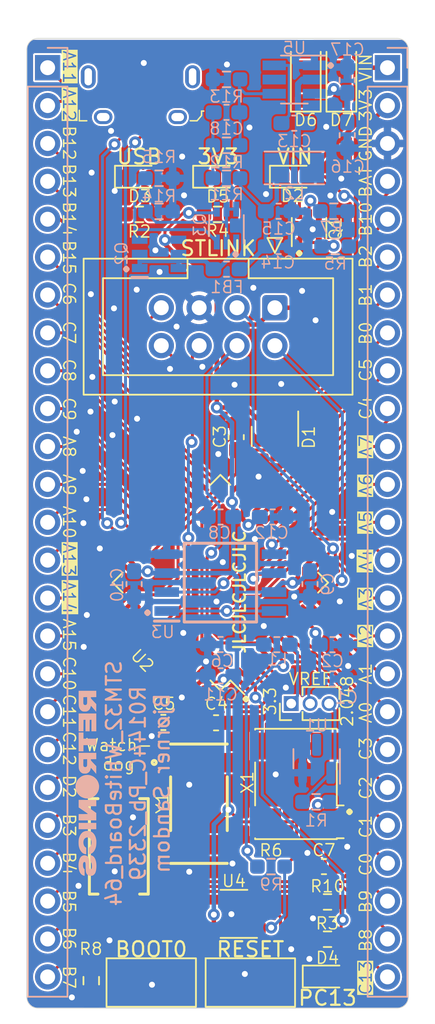
<source format=kicad_pcb>
(kicad_pcb (version 20221018) (generator pcbnew)
  (title_block (title "STM32 WhiteBoard64") (date "2023-08-24") (company "Retronics - Bjørner Sandom"))
  (layers (0 "F.Cu" signal) (31 "B.Cu" power) (34 "B.Paste" user) (35 "F.Paste" user) (36 "B.SilkS" user "B.Silkscreen") (37 "F.SilkS" user "F.Silkscreen") (38 "B.Mask" user) (39 "F.Mask" user) (44 "Edge.Cuts" user))
  (net 0 "")
  (net 1 "GND")
  (net 2 "/VBAT")
  (net 3 "/PD2")
  (net 4 "/PC12")
  (net 5 "/PC11")
  (net 6 "/PC10")
  (net 7 "/PC9")
  (net 8 "/PC8")
  (net 9 "/PC7")
  (net 10 "/PC6")
  (net 11 "/PC5")
  (net 12 "/PC4")
  (net 13 "/PC3")
  (net 14 "/PC2")
  (net 15 "/PC1")
  (net 16 "/PC0")
  (net 17 "/PB15")
  (net 18 "/PB14")
  (net 19 "/PB13")
  (net 20 "/PB12")
  (net 21 "/PB10")
  (net 22 "/PB9")
  (net 23 "/PB8")
  (net 24 "/PB7")
  (net 25 "/PB6")
  (net 26 "/PB5")
  (net 27 "/PB4")
  (net 28 "/PB2")
  (net 29 "/PB1")
  (net 30 "/PB0")
  (net 31 "/PA15")
  (net 32 "/PA10")
  (net 33 "/PA9")
  (net 34 "/PA8")
  (net 35 "/PA7")
  (net 36 "/PA6")
  (net 37 "/PA5")
  (net 38 "/PA4")
  (net 39 "/PA1")
  (net 40 "/PA0")
  (net 41 "+3.3V")
  (net 42 "/BOOT0")
  (net 43 "/RTC_BATT")
  (net 44 "Net-(D3-A)")
  (net 45 "Net-(D4-A)")
  (net 46 "VBUS")
  (net 47 "VCC")
  (net 48 "/PB3")
  (net 49 "/~{RESET}")
  (net 51 "/PC13")
  (net 54 "Net-(JP1-A)")
  (net 55 "/PA14")
  (net 56 "/PA13")
  (net 57 "/PA3")
  (net 58 "/PA2")
  (net 59 "/A12")
  (net 60 "/A11")
  (net 61 "Net-(C14-Pad2)")
  (net 62 "Net-(C18-Pad2)")
  (net 63 "/~{MR}")
  (net 64 "Net-(D6-K)")
  (net 65 "Net-(D2-K)")
  (net 66 "Net-(D5-A)")
  (net 67 "Net-(Q3A-E1)")
  (net 68 "Net-(Q1A-E1)")
  (net 69 "Net-(Q1A-B1)")
  (net 70 "Net-(Q2-G)")
  (net 71 "Net-(Q3A-B1)")
  (net 72 "Net-(JP1-C)")
  (net 73 "Net-(U2-OSC32_OUT_(PC15))")
  (net 74 "Net-(U2-OSC32_IN_(PC14))")
  (net 75 "Net-(U2-VCAP1)")
  (net 76 "Net-(U5-SW)")
  (net 77 "Net-(U5-BOOT)")
  (net 78 "Net-(U5-FB)")
  (net 79 "Net-(JP1-B)")
  (net 80 "Net-(U4-WDI)")
  (net 81 "Net-(U4-~{RESET})")
  (net 82 "Net-(U2-OSC8M_IN_(PD0))")
  (footprint "Capacitor_SMD:C_0603_1608Metric_Pad1.08x0.95mm_HandSolder" (layer "F.Cu") (at 185.7 124.29 180)
    (fp_text reference "C4")
    (fp_text value "4.7pF")
  )
  (footprint "Capacitor_SMD:C_0603_1608Metric_Pad1.08x0.95mm_HandSolder" (layer "F.Cu") (at 182.1625 124.265 180)
    (fp_text reference "C5")
    (fp_text value "4.7pF")
  )
  (footprint "LED_SMD:LED_0603_1608Metric_Pad1.05x0.95mm_HandSolder" (layer "F.Cu") (at 193.175 141.3)
    (fp_text reference "D4")
    (fp_text value "\"PC13\"")
  )
  (footprint "Resistor_SMD:R_0603_1608Metric_Pad0.98x0.95mm_HandSolder" (layer "F.Cu") (at 193.1775 138.8)
    (fp_text reference "R3")
    (fp_text value "330Ω")
  )
  (footprint "myDevices:PTS840ESDGMSMTRLFS" (layer "F.Cu") (at 188 141.83)
    (fp_text reference "SW2" hide)
    (fp_text value "Reset" hide)
  )
  (footprint "myDevices:PTS840ESDGMSMTRLFS" (layer "F.Cu") (at 181.35 141.83)
    (fp_text reference "SW1" hide)
    (fp_text value "Boot0" hide)
  )
  (footprint "Resistor_SMD:R_0603_1608Metric_Pad0.98x0.95mm_HandSolder" (layer "F.Cu") (at 177.325 141.58 90)
    (fp_text reference "R8")
    (fp_text value "10kΩ")
  )
  (footprint "Connector_IDC:IDC-Header_2x04_P2.54mm_Vertical" (layer "F.Cu") (at 189.645 96.46 -90)
    (fp_text reference "J1" hide)
    (fp_text value "SWDIO+Serial")
  )
  (footprint "Capacitor_SMD:C_0603_1608Metric_Pad1.08x0.95mm_HandSolder" (layer "F.Cu") (at 187.05 105.1375 90)
    (fp_text reference "C3")
    (fp_text value "100nF")
  )
  (footprint "LED_SMD:LED_0603_1608Metric_Pad1.05x0.95mm_HandSolder" (layer "F.Cu") (at 185.82 87.675)
    (fp_text reference "D5")
    (fp_text value "\"3V3\"")
  )
  (footprint "Resistor_SMD:R_0603_1608Metric_Pad0.98x0.95mm_HandSolder" (layer "F.Cu") (at 185.7975 90.2 180)
    (fp_text reference "R4")
    (fp_text value "330Ω")
  )
  (footprint "Package_TO_SOT_SMD:SOT-23-5_HandSoldering" (layer "F.Cu") (at 186.9 137.1 180)
    (fp_text reference "U4")
    (fp_text value "TPS3828-33DBVR")
  )
  (footprint "Connector_PinHeader_1.27mm:PinHeader_1x03_P1.27mm_Vertical" (layer "F.Cu") (at 190.74 123 90)
    (fp_text reference "JP1" hide)
    (fp_text value "Jumper_3_Bridged12")
  )
  (footprint "LED_SMD:LED_0603_1608Metric_Pad1.05x0.95mm_HandSolder" (layer "F.Cu") (at 180.575 87.675)
    (fp_text reference "D3")
    (fp_text value "\"USB\"")
  )
  (footprint "Diode_SMD:D_SOD-123" (layer "F.Cu") (at 191.7192 80.9488 90)
    (fp_text reference "D6")
    (fp_text value "1N5819W")
  )
  (footprint "SamacSys_Parts:ABS25" (layer "F.Cu") (at 184.55 129.715 -90)
    (fp_text reference "Y1")
    (fp_text value "ABS25-32.768KHZ-6-T" hide)
  )
  (footprint "Package_TO_SOT_SMD:SOT-363_SC-70-6" (layer "F.Cu") (at 191.94 91.1375 90)
    (fp_text reference "Q1")
    (fp_text value "BC847BS")
  )
  (footprint "Resistor_SMD:R_0603_1608Metric_Pad0.98x0.95mm_HandSolder" (layer "F.Cu") (at 189.3875 133.93)
    (fp_text reference "R6")
    (fp_text value "10kΩ")
  )
  (footprint "Diode_SMD:D_SOD-123" (layer "F.Cu") (at 194.1068 80.9508 90)
    (fp_text reference "D7")
    (fp_text value "1N5819W")
  )
  (footprint "Resistor_SMD:R_0603_1608Metric_Pad0.98x0.95mm_HandSolder" (layer "F.Cu") (at 180.5525 90.2 180)
    (fp_text reference "R2")
    (fp_text value "1kΩ")
  )
  (footprint "Package_TO_SOT_SMD:SOT-23" (layer "F.Cu") (at 189.65 105.0875 -90)
    (fp_text reference "D1")
    (fp_text value "BAT54C")
  )
  (footprint "Resistor_SMD:R_0603_1608Metric_Pad0.98x0.95mm_HandSolder" (layer "F.Cu") (at 193.1775 136.3)
    (fp_text reference "R10")
    (fp_text value "10kΩ")
  )
  (footprint "LED_SMD:LED_0603_1608Metric_Pad1.05x0.95mm_HandSolder" (layer "F.Cu") (at 190.9725 87.675)
    (fp_text reference "D2")
    (fp_text value "\"VIN\"")
  )
  (footprint "digikey-footprints:USB_Micro_B_Female_10118194-0001LF" (layer "F.Cu") (at 180.625 83.675 180)
    (fp_text reference "J2")
    (fp_text value "USB_B_Micro")
  )
  (footprint "Capacitor_SMD:C_0603_1608Metric_Pad1.08x0.95mm_HandSolder" (layer "F.Cu") (at 192.9375 133.93 180)
    (fp_text reference "C7")
    (fp_text value "100nF")
  )
  (footprint "Oscillator:Oscillator_SMD_Abracon_ASV-4Pin_7.0x5.1mm" (layer "F.Cu") (at 191.06 128.39 90)
    (fp_text reference "X1")
    (fp_text value "ASV-8MHz")
  )
  (footprint "Retronics_Switches:CFS0102TA" (layer "F.Cu") (at 179.175 132.575 180)
    (fp_text reference "SW3" hide)
    (fp_text value "SW_DIP_x01" hide)
  )
  (footprint "Package_QFP:LQFP-64_10x10mm_P0.5mm" (layer "F.Cu") (at 185.99 114.89 135)
    (fp_text reference "U2")
    (fp_text value "STM32F411RET6" hide)
  )
  (footprint "Capacitor_SMD:C_0603_1608Metric_Pad1.08x0.95mm_HandSolder" (layer "B.Cu") (at 186 110.49)
    (fp_text reference "C8")
    (fp_text value "100nF")
  )
  (footprint "Capacitor_SMD:C_0603_1608Metric_Pad1.08x0.95mm_HandSolder" (layer "B.Cu") (at 189.5 110.49 180)
    (fp_text reference "C12")
    (fp_text value "4.7µF")
  )
  (footprint "Capacitor_SMD:C_0603_1608Metric_Pad1.08x0.95mm_HandSolder" (layer "B.Cu") (at 180.2 114.99 90)
    (fp_text reference "C10")
    (fp_text value "100nF")
  )
  (footprint "Capacitor_SMD:C_0603_1608Metric_Pad1.08x0.95mm_HandSolder" (layer "B.Cu") (at 186 121.14)
    (fp_text reference "C11")
    (fp_text value "100nF")
  )
  (footprint "Capacitor_SMD:C_0603_1608Metric_Pad1.08x0.95mm_HandSolder" (layer "B.Cu") (at 193.512501 119.05 180)
    (fp_text reference "C2")
    (fp_text value "100nF")
  )
  (footprint "Connector_PinHeader_2.54mm:PinHeader_1x25_P2.54mm_Vertical" (layer "B.Cu") (at 174.4 80.3656 180)
    (fp_text reference "J4" hide)
    (fp_text value "Header2")
  )
  (footprint "Connector_PinHeader_2.54mm:PinHeader_1x25_P2.54mm_Vertical" (layer "B.Cu") (at 197.2 80.3656 180)
    (fp_text reference "J3" hide)
    (fp_text value "Header1")
  )
  (footprint "Capacitor_SMD:C_0603_1608Metric_Pad1.08x0.95mm_HandSolder" (layer "B.Cu") (at 192 114.99 90)
    (fp_text reference "C9")
    (fp_text value "100nF")
  )
  (footprint "Capacitor_SMD:C_0603_1608Metric_Pad1.08x0.95mm_HandSolder" (layer "B.Cu") (at 193.512501 121.35 180)
    (fp_text reference "C1")
    (fp_text value "10µF")
  )
  (footprint "Capacitor_SMD:C_0603_1608Metric_Pad1.08x0.95mm_HandSolder" (layer "B.Cu") (at 194.5 84.893 90)
    (fp_text reference "C16")
    (fp_text value "10µF 35V")
  )
  (footprint "Inductor_SMD:L_0603_1608Metric_Pad1.05x0.95mm_HandSolder" (layer "B.Cu") (at 189.775001 119.05)
    (fp_text reference "L1")
    (fp_text value "22µH 2.4Ω")
  )
  (footprint "Inductor_SMD:L_0603_1608Metric_Pad1.05x0.95mm_HandSolder" (layer "B.Cu") (at 186.4 93.875 180)
    (fp_text reference "FB1")
    (fp_text value "100Ω@100MHz 30mΩ@DC")
  )
  (footprint "myDevices:SOT-363_SC-70-6-Handsoldering" (layer "B.Cu") (at 186.4 90.95 90)
    (fp_text reference "Q3")
    (fp_text value "BC857BS")
  )
  (footprint "Resistor_SMD:R_0603_1608Metric_Pad0.98x0.95mm_HandSolder" (layer "B.Cu") (at 181.875 87.78 180)
    (fp_text reference "R15")
    (fp_text value "10kΩ")
  )
  (footprint "Resistor_SMD:R_0603_1608Metric_Pad0.98x0.95mm_HandSolder" (layer "B.Cu") (at 192.4075 129.59 180)
    (fp_text reference "R1")
    (fp_text value "220Ω")
  )
  (footprint "Retronics_Memory:W25Q32JVSSIQ" (layer "B.Cu") (at 185.99 114.89)
    (fp_text reference "U3")
    (fp_text value "W25Q32JVSSIQ" hide)
  )
  (footprint "Capacitor_SMD:C_0603_1608Metric_Pad1.08x0.95mm_HandSolder" (layer "B.Cu") (at 194.5 81.186 -90)
    (fp_text reference "C17")
    (fp_text value "100nF")
  )
  (footprint "SamacSys_Parts:SOT95P280X100-6N" (layer "B.Cu") (at 181.875 92.85)
    (fp_text reference "Q2")
    (fp_text value "Si3493DDV" hide)
  )
  (footprint "Capacitor_SMD:C_0603_1608Metric_Pad1.08x0.95mm_HandSolder" (layer "B.Cu") (at 186.4 83.36 180)
    (fp_text reference "C18")
    (fp_text value "75pF")
  )
  (footprint "Resistor_SMD:R_0603_1608Metric_Pad0.98x0.95mm_HandSolder" (layer "B.Cu") (at 186.4 81.15 180)
    (fp_text reference "R13")
    (fp_text value "22kΩ")
  )
  (footprint "Resistor_SMD:R_0603_1608Metric_Pad0.98x0.95mm_HandSolder" (layer "B.Cu") (at 193.605 89.99 180)
    (fp_text reference "R7")
    (fp_text value "270Ω")
  )
  (footprint "Capacitor_SMD:C_0603_1608Metric_Pad1.08x0.95mm_HandSolder" (layer "B.Cu") (at 190.95 84.086 180)
    (fp_text reference "C13")
    (fp_text value "100nF")
  )
  (footprint "Package_TO_SOT_SMD:SOT-23" (layer "B.Cu") (at 192.45 126.7 90)
    (fp_text reference "U1")
    (fp_text value "LM4040DIM3X-2.0")
  )
  (footprint "Resistor_SMD:R_0603_1608Metric_Pad0.98x0.95mm_HandSolder" (layer "B.Cu") (at 189.3875 133.93)
    (fp_text reference "R9")
    (fp_text value "100Ω")
  )
  (footprint "Resistor_SMD:R_0603_1608Metric_Pad0.98x0.95mm_HandSolder" (layer "B.Cu") (at 186.4 85.57)
    (fp_text reference "R12")
    (fp_text value "100kΩ")
  )
  (footprint "Package_TO_SOT_SMD:SOT-23-6_Handsoldering" (layer "B.Cu") (at 190.95 81.161 180)
    (fp_text reference "U5")
    (fp_text value "TPS54302")
  )
  (footprint "Capacitor_SMD:C_0603_1608Metric_Pad1.08x0.95mm_HandSolder" (layer "B.Cu") (at 186 119.04)
    (fp_text reference "C6")
    (fp_text value "100nF")
  )
  (footprint "Resistor_SMD:R_0603_1608Metric_Pad0.98x0.95mm_HandSolder" (layer "B.Cu") (at 193.6925 92.35)
    (fp_text reference "R5")
    (fp_text value "47kΩ")
  )
  (footprint "Resistor_SMD:R_0603_1608Metric_Pad0.98x0.95mm_HandSolder" (layer "B.Cu") (at 181.875 90 180)
    (fp_text reference "R14")
    (fp_text value "10kΩ")
  )
  (footprint "Inductor_SMD:L_Taiyo-Yuden_NR-20xx_HandSoldering" (layer "B.Cu") (at 190.95 87.086 180)
    (fp_text reference "L2")
    (fp_text value "10µH 1A")
  )
  (footprint "Capacitor_SMD:C_0603_1608Metric_Pad1.08x0.95mm_HandSolder" (layer "B.Cu") (at 189.9 89.99 180)
    (fp_text reference "C15")
    (fp_text value "22µF 10V")
  )
  (footprint "Icons_Graphics:retronics_logo_14mm" (layer "B.Cu") (at 177.037818 128.35 -90)
    (fp_text reference "G***" hide)
    (fp_text value "LOGO" hide)
  )
  (footprint "Capacitor_SMD:C_0603_1608Metric_Pad1.08x0.95mm_HandSolder" (layer "B.Cu") (at 189.9 92.35 180)
    (fp_text reference "C14")
    (fp_text value "22µF 10V")
  )
  (footprint "Resistor_SMD:R_0603_1608Metric_Pad0.98x0.95mm_HandSolder" (layer "B.Cu") (at 186.4 87.78 180)
    (fp_text reference "R11")
    (fp_text value "49.9Ω")
  )
  (gr_line (start 173 142.66967) (end 173 79.15) (stroke (width 0.05)) (layer "Edge.Cuts"))
  (gr_line (start 198.6 79.15) (end 198.6 142.66967) (stroke (width 0.05)) (layer "Edge.Cuts"))
  (gr_arc (start 197.85 78.4) (mid 198.38033 78.61967) (end 198.6 79.15) (stroke (width 0.05)) (layer "Edge.Cuts"))
  (gr_line (start 173.75 78.4) (end 197.85 78.4) (stroke (width 0.05)) (layer "Edge.Cuts"))
  (gr_arc (start 198.6 142.66967) (mid 198.38033 143.2) (end 197.85 143.41967) (stroke (width 0.05)) (layer "Edge.Cuts"))
  (gr_arc (start 173 79.15) (mid 173.21967 78.61967) (end 173.75 78.4) (stroke (width 0.05)) (layer "Edge.Cuts"))
  (gr_arc (start 173.75 143.41967) (mid 173.21967 143.2) (end 173 142.66967) (stroke (width 0.05)) (layer "Edge.Cuts"))
  (gr_line (start 197.85 143.41967) (end 173.75 143.41967) (stroke (width 0.05)) (layer "Edge.Cuts"))
  (gr_text "." (at 181.1 116.3) (layer "B.SilkS") (effects (font (size 1.5 1.5) (thickness 0.3) bold) (justify mirror)))
  (gr_text "STM32_WhiteBoard_64\nR0144C_Pb_2339\nBjørner Sandom\n" (at 180.462818 128.346673 90) (layer "B.SilkS") (effects (font (size 1 1)) (justify mirror)))
  (gr_text "." (at 187.01 92.27) (layer "B.SilkS") (effects (font (size 1.5 1.5) (thickness 0.3) bold) (justify mirror)))
  (gr_text "." (at 193.39 79.61) (layer "B.SilkS") (effects (font (size 1.5 1.5) (thickness 0.3) bold) (justify mirror)))
  (gr_text "A12" (at 175.84 82.85 270) (layer "F.SilkS" knockout) (effects (font (size 0.8 0.8) (thickness 0.1))))
  (gr_text "B4" (at 175.84 133.711 270) (layer "F.SilkS") (effects (font (size 0.8 0.8) (thickness 0.1))))
  (gr_text "C0" (at 195.74 133.78 90) (layer "F.SilkS") (effects (font (size 0.8 0.8) (thickness 0.1))))
  (gr_text "C11" (at 175.84 123.51 270) (layer "F.SilkS") (effects (font (size 0.8 0.8) (thickness 0.1))))
  (gr_text "VREF" (at 190.497381 121.82) (layer "F.SilkS") (effects (font (size 0.8 0.8) (thickness 0.1)) (justify left bottom)))
  (gr_text "A11" (at 175.84 80.33 270) (layer "F.SilkS" knockout) (effects (font (size 0.8 0.8) (thickness 0.1))))
  (gr_text "2.048" (at 194.96 124.62 90) (layer "F.SilkS") (effects (font (size 0.8 0.8) (thickness 0.1)) (justify left bottom)))
  (gr_text "." (at 194.65 129.65) (layer "F.SilkS") (effects (font (size 1.5 1.5) (thickness 0.3) bold)))
  (gr_text "B12" (at 175.84 85.41 270) (layer "F.SilkS") (effects (font (size 0.8 0.8) (thickness 0.1))))
  (gr_text "A6" (at 195.74 108.36 90) (layer "F.SilkS" knockout) (effects (font (size 0.8 0.8) (thickness 0.1))))
  (gr_text "PC13" (at 193.18 142.74) (layer "F.SilkS") (effects (font (size 1 1))))
  (gr_text "3.3" (at 189.79 123.858095 90) (layer "F.SilkS") (effects (font (size 0.8 0.8) (thickness 0.1)) (justify left bottom)))
  (gr_text "C9" (at 175.84 103.25 270) (layer "F.SilkS") (effects (font (size 0.8 0.8) (thickness 0.1))))
  (gr_text "A2" (at 195.74 118.43 90) (layer "F.SilkS" knockout) (effects (font (size 0.8 0.8) (thickness 0.1))))
  (gr_text "VIN" (at 190.98 86.325) (layer "F.SilkS") (effects (font (size 1 1))))
  (gr_text "C6" (at 175.84 95.53 270) (layer "F.SilkS") (effects (font (size 0.8 0.8) (thickness 0.1))))
  (gr_text "B3" (at 175.84 131.16 270) (layer "F.SilkS") (effects (font (size 0.8 0.8) (thickness 0.1))))
  (gr_text "." (at 191.28 92.2) (layer "F.SilkS") (effects (font (size 1.5 1.5) (thickness 0.3) bold)))
  (gr_text "3V3" (at 195.74 82.86 90) (layer "F.SilkS") (effects (font (size 0.8 0.8) (thickness 0.1))))
  (gr_text "VIN" (at 195.74 80.375 90) (layer "F.SilkS") (effects (font (size 0.8 0.8) (thickness 0.1))))
  (gr_text "A9" (at 175.84 108.33 270) (layer "F.SilkS") (effects (font (size 0.8 0.8) (thickness 0.1))))
  (gr_text "3V3" (at 185.84 86.32) (layer "F.SilkS") (effects (font (size 1 1))))
  (gr_text "C5" (at 195.74 100.64 90) (layer "F.SilkS") (effects (font (size 0.8 0.8) (thickness 0.1))))
  (gr_text "Watch-\ndog" (at 179.17 126.43) (layer "F.SilkS") (effects (font (size 0.8 0.8) (thickness 0.1))))
  (gr_text "STLINK" (at 185.84 92.48) (layer "F.SilkS") (effects (font (size 1 1))))
  (gr_text "B7" (at 175.84 141.35 270) (layer "F.SilkS") (effects (font (size 0.8 0.8) (thickness 0.1))))
  (gr_text "GND" (at 195.74 85.45 90) (layer "F.SilkS") (effects (font (size 0.8 0.8) (thickness 0.1))))
  (gr_text "C8" (at 175.84 100.66 270) (layer "F.SilkS") (effects (font (size 0.8 0.8) (thickness 0.1))))
  (gr_text "C2" (at 195.74 128.66 90) (layer "F.SilkS") (effects (font (size 0.8 0.8) (thickness 0.1))))
  (gr_text "A4\n" (at 195.74 113.42 90) (layer "F.SilkS" knockout) (effects (font (size 0.8 0.8) (thickness 0.1))))
  (gr_text "A7" (at 195.74 105.76 90) (layer "F.SilkS" knockout) (effects (font (size 0.8 0.8) (thickness 0.1))))
  (gr_text "B9" (at 195.74 136.27 90) (layer "F.SilkS") (effects (font (size 0.8 0.8) (thickness 0.1))))
  (gr_text "A0" (at 195.74 123.59 90) (layer "F.SilkS") (effects (font (size 0.8 0.8) (thickness 0.1))))
  (gr_text "B15" (at 175.84 93.09 270) (layer "F.SilkS") (effects (font (size 0.8 0.8) (thickness 0.1))))
  (gr_text "USB" (at 180.545 86.33) (layer "F.SilkS") (effects (font (size 1 1))))
  (gr_text "A10" (at 175.84 110.84 270) (layer "F.SilkS") (effects (font (size 0.8 0.8) (thickness 0.1))))
  (gr_text "C7" (at 175.84 98.12 270) (layer "F.SilkS") (effects (font (size 0.8 0.8) (thickness 0.1))))
  (gr_text "B14" (at 175.84 90.5 270) (layer "F.SilkS") (effects (font (size 0.8 0.8) (thickness 0.1))))
  (gr_text "B2" (at 195.74 93.03 90) (layer "F.SilkS") (effects (font (size 0.8 0.8) (thickness 0.1))))
  (gr_text "C13" (at 195.74 141.39 90) (layer "F.SilkS" knockout) (effects (font (size 0.8 0.8) (thickness 0.1))))
  (gr_text "B13" (at 175.84 87.95 270) (layer "F.SilkS") (effects (font (size 0.8 0.8) (thickness 0.1))))
  (gr_text "C12" (at 175.84 126.011 270) (layer "F.SilkS") (effects (font (size 0.8 0.8) (thickness 0.1))))
  (gr_text "." (at 187.7 122.09) (layer "F.SilkS") (effects (font (size 1.5 1.5) (thickness 0.3) bold)))
  (gr_text "B10" (at 195.74 90.52 90) (layer "F.SilkS") (effects (font (size 0.8 0.8) (thickness 0.1))))
  (gr_text "BAT" (at 195.74 88.02 90) (layer "F.SilkS") (effects (font (size 0.8 0.8) (thickness 0.1))))
  (gr_text "B5" (at 175.84 136.27 270) (layer "F.SilkS") (effects (font (size 0.8 0.8) (thickness 0.1))))
  (gr_text "A3" (at 195.74 115.94 90) (layer "F.SilkS" knockout) (effects (font (size 0.8 0.8) (thickness 0.1))))
  (gr_text "A1" (at 195.74 121 90) (layer "F.SilkS") (effects (font (size 0.8 0.8) (thickness 0.1))))
  (gr_text "C1" (at 195.74 131.255 90) (layer "F.SilkS") (effects (font (size 0.8 0.8) (thickness 0.1))))
  (gr_text "JLCJLCJLCJLC" (at 187.275 115.515 90) (layer "F.SilkS") (effects (font (size 0.8 0.8))))
  (gr_text "D2" (at 175.84 128.56 270) (layer "F.SilkS") (effects (font (size 0.8 0.8) (thickness 0.1))))
  (gr_text "C4" (at 195.74 103.19 90) (layer "F.SilkS") (effects (font (size 0.8 0.8) (thickness 0.1))))
  (gr_text "BOOT0" (at 181.35 139.48) (layer "F.SilkS") (effects (font (size 1 1))))
  (gr_text "B8" (at 195.74 138.87 90) (layer "F.SilkS") (effects (font (size 0.8 0.8) (thickness 0.1))))
  (gr_text "A5" (at 195.74 110.83 90) (layer "F.SilkS" knockout) (effects (font (size 0.8 0.8) (thickness 0.1))))
  (gr_text "B6" (at 175.84 138.761 270) (layer "F.SilkS") (effects (font (size 0.8 0.8) (thickness 0.1))))
  (gr_text "B1" (at 195.74 95.61 90) (layer "F.SilkS") (effects (font (size 0.8 0.8) (thickness 0.1))))
  (gr_text "A8" (at 175.84 105.78 270) (layer "F.SilkS") (effects (font (size 0.8 0.8) (thickness 0.1))))
  (gr_text "B0" (at 195.74 98.17 90) (layer "F.SilkS") (effects (font (size 0.8 0.8) (thickness 0.1))))
  (gr_text "A14" (at 175.84 115.886 270) (layer "F.SilkS" knockout) (effects (font (size 0.8 0.8) (thickness 0.1))))
  (gr_text "RESET" (at 188 139.48) (layer "F.SilkS") (effects (font (size 1 1))))
  (gr_text "C3" (at 195.74 126.025 90) (layer "F.SilkS") (effects (font (size 0.8 0.8) (thickness 0.1))))
  (gr_text "A13" (at 175.84 113.34 270) (layer "F.SilkS" knockout) (effects (font (size 0.8 0.8) (thickness 0.1))))
  (gr_text "A15" (at 175.84 118.4 270) (layer "F.SilkS") (effects (font (size 0.8 0.8) (thickness 0.1))))
  (gr_text "C10" (at 175.84 120.98 270) (layer "F.SilkS") (effects (font (size 0.8 0.8) (thickness 0.1))))
  (segment (start 192.075 133.26242) (end 192.075 133.93) (width 0.2) (layer "F.Cu") (net 1))
  (segment (start 192.300928 113.175266) (end 191.578 113.898194) (width 0.2) (layer "F.Cu") (net 1))
  (segment (start 193.07 125.21) (end 193.07 126.46) (width 0.2) (layer "F.Cu") (net 1))
  (segment (start 177.325 142.4925) (end 176.2325 142.4925) (width 0.2) (layer "F.Cu") (net 1))
  (segment (start 192.59 89.72) (end 193.37 88.94) (width 0.2) (layer "F.Cu") (net 1))
  (segment (start 190.742813 117.167939) (end 191.240268 117.665394) (width 0.2) (layer "F.Cu") (net 1))
  (segment (start 192.265 137.335) (end 192.2 137.4) (width 0.2) (layer "F.Cu") (net 1))
  (segment (start 192.315 141.18) (end 192.315 140.475) (width 0.2) (layer "F.Cu") (net 1))
  (segment (start 190.742813 116.02522) (end 190.742813 117.167939) (width 0.2) (layer "F.Cu") (net 1))
  (segment (start 190.942502 115.825531) (end 190.742813 116.02522) (width 0.2) (layer "F.Cu") (net 1))
  (segment (start 176.2325 142.4925) (end 176.025 142.7) (width 0.2) (layer "F.Cu") (net 1))
  (segment (start 193.37 88.94) (end 193.3875 88.9575) (width 0.2) (layer "F.Cu") (net 1))
  (segment (start 193.07 126.46) (end 193.1 126.49) (width 0.2) (layer "F.Cu") (net 1))
  (segment (start 190.74 140.165) (end 189.8 141.105) (width 0.2) (layer "F.Cu") (net 1))
  (segment (start 187.755628 108.579072) (end 188.550484 107.784216) (width 0.2) (layer "F.Cu") (net 1))
  (segment (start 188.25 137.1) (end 186.75 137.1) (width 0.2) (layer "F.Cu") (net 1))
  (segment (start 183.4 122.076194) (end 183.4 122.59) (width 0.2) (layer "F.Cu") (net 1))
  (segment (start 191.578 113.898194) (end 191.578 115.190033) (width 0.2) (layer "F.Cu") (net 1))
  (segment (start 179.103806 112.6) (end 177.9 112.6) (width 0.2) (layer "F.Cu") (net 1))
  (segment (start 179.679072 113.175266) (end 179.103806 112.6) (width 0.2) (layer "F.Cu") (net 1))
  (segment (start 186.75 137.1) (end 186.73 137.12) (width 0.2) (layer "F.Cu") (net 1))
  (segment (start 192.59 90.1875) (end 192.59 89.72) (width 0.2) (layer "F.Cu") (net 1))
  (segment (start 187.704734 108.579072) (end 187.755628 108.579072) (width 0.2) (layer "F.Cu") (net 1))
  (segment (start 191.578 115.190033) (end 190.942502 115.825531) (width 0.2) (layer "F.Cu") (net 1))
  (segment (start 181.3 125.10329) (end 181.3 124.265) (width 0.2) (layer "F.Cu") (net 1))
  (segment (start 192.265 136.3) (end 192.265 137.335) (width 0.2) (layer "F.Cu") (net 1))
  (segment (start 190.74 139.47) (end 190.74 140.165) (width 0.2) (layer "F.Cu") (net 1))
  (segment (start 191.82629 133.01371) (end 192.075 133.26242) (width 0.2) (layer "F.Cu") (net 1))
  (segment (start 185.027915 120.178659) (end 185.027915 120.448279) (width 0.2) (layer "F.Cu") (net 1))
  (segment (start 192.315 140.475) (end 191.96 140.12) (width 0.2) (layer "F.Cu") (net 1))
  (segment (start 178.654352 84.602954) (end 179.12 84.137306) (width 0.2) (layer "F.Cu") (net 1))
  (segment (start 179.7 87.7) (end 179.7 87.825) (width 0.2) (layer "F.Cu") (net 1))
  (segment (start 185.027915 120.448279) (end 184.275266 121.200928) (width 0.2) (layer "F.Cu") (net 1))
  (segment (start 179.7 87.825) (end 178.9 88.625) (width 0.2) (layer "F.Cu") (net 1))
  (segment (start 181.379645 125.182935) (end 181.3 125.10329) (width 0.2) (layer "F.Cu") (net 1))
  (segment (start 179.12 84.137306) (end 179.12 83.69) (width 0.2) (layer "F.Cu") (net 1))
  (segment (start 184.275266 121.200928) (end 183.4 122.076194) (width 0.2) (layer "F.Cu") (net 1))
  (via (at 191.47 95.33) (size 0.8) (drill 0.4) (layers "F.Cu" "B.Cu") (net 1))
  (via (at 184.78 100.42) (size 0.8) (drill 0.4) (layers "F.Cu" "B.Cu") (net 1))
  (via (at 182.61 100.56) (size 0.8) (drill 0.4) (layers "F.Cu" "B.Cu") (net 1))
  (via (at 194 116.15) (size 0.8) (drill 0.4) (layers "F.Cu" "B.Cu") (net 1))
  (via (at 188.2 95.125) (size 0.8) (drill 0.4) (layers "F.Cu" "B.Cu") (net 1))
  (via (at 194.1 87.8) (size 0.8) (drill 0.4) (layers "F.Cu" "B.Cu") (net 1))
  (via (at 191.82629 133.01371) (size 0.8) (drill 0.4) (layers "F.Cu" "B.Cu") (net 1))
  (via (at 192.2 137.4) (size 0.8) (drill 0.4) (layers "F.Cu" "B.Cu") (net 1))
  (via (at 186.8 133.725) (size 0.8) (drill 0.4) (layers "F.Cu" "B.Cu") (net 1))
  (via (at 186.94 101.62) (size 0.8) (drill 0.4) (layers "F.Cu" "B.Cu") (net 1))
  (via (at 193.49 110.15) (size 0.8) (drill 0.4) (layers "F.Cu" "B.Cu") (net 1))
  (via (at 180.375 95.25) (size 0.8) (drill 0.4) (layers "F.Cu" "B.Cu") (net 1))
  (via (at 183.425 86.325) (size 0.8) (drill 0.4) (layers "F.Cu" "B.Cu") (net 1))
  (via (at 194.8025 113.1) (size 0.8) (drill 0.4) (layers "F.Cu" "B.Cu") (net 1))
  (via (at 178.9 88.625) (size 0.8) (drill 0.4) (layers "F.Cu" "B.Cu") (net 1))
  (via (at 187.63 141.13) (size 0.8) (drill 0.4) (layers "F.Cu" "B.Cu") (net 1))
  (via (at 178.85 96.5) (size 0.8) (drill 0.4) (layers "F.Cu" "B.Cu") (net 1))
  (via (at 193.09 84.33) (size 0.8) (drill 0.4) (layers "F.Cu" "B.Cu") (net 1))
  (via (at 177.9 112.6) (size 0.8) (drill 0.4) (layers "F.Cu" "B.Cu") (net 1))
  (via (at 185.85 106.27) (size 0.8) (drill 0.4) (layers "F.Cu" "B.Cu") (net 1))
  (via (at 176.75 107.4) (size 0.8) (drill 0.4) (layers "F.Cu" "B.Cu") (net 1))
  (via (at 185.73 116.16) (size 0.8) (drill 0.4) (layers "F.Cu" "B.Cu") (net 1))
  (via (at 188.550484 107.784216) (size 0.8) (drill 0.4) (layers "F.Cu" "B.Cu") (net 1))
  (via (at 181.4 141.85) (size 0.8) (drill 0.4) (layers "F.Cu" "B.Cu") (net 1))
  (via (at 186.73 137.12) (size 0.8) (drill 0.4) (layers "F.Cu" "B.Cu") (net 1))
  (via (at 185.027915 120.178659) (size 0.8) (drill 0.4) (layers "F.Cu" "B.Cu") (net 1))
  (via (at 177.275 103.425) (size 0.8) (drill 0.4) (layers "F.Cu" "B.Cu") (net 1))
  (via (at 192.375 97.3) (size 0.8) (drill 0.4) (layers "F.Cu" "B.Cu") (net 1))
  (via (at 177.3 95.55) (size 0.8) (drill 0.4) (layers "F.Cu" "B.Cu") (net 1))
  (via (at 178.75 105) (size 0.8) (drill 0.4) (layers "F.Cu" "B.Cu") (net 1))
  (via (at 183.9 134.275) (size 0.8) (drill 0.4) (layers "F.Cu" "B.Cu") (net 1))
  (via (at 177 109.3) (size 0.8) (drill 0.4) (layers "F.Cu" "B.Cu") (net 1))
  (via (at 181.63 92.61) (size 0.8) (drill 0.4) (layers "F.Cu" "B.Cu") (net 1))
  (via (at 191.96 140.12) (size 0.8) (drill 0.4) (layers "F.Cu" "B.Cu") (net 1))
  (via (at 178.654352 84.602954) (size 0.8) (drill 0.4) (layers "F.Cu" "B.Cu") (net 1))
  (via (at 180.125 130.625) (size 0.8) (drill 0.4) (layers "F.Cu" "B.Cu") (net 1))
  (via (at 186.15 113.515) (size 0.8) (drill 0.4) (layers "F.Cu" "B.Cu") (net 1))
  (via (at 187.94 84.375) (size 0.8) (drill 0.4) (layers "F.Cu" "B.Cu") (net 1))
  (via (at 176.47 135.22) (size 0.8) (drill 0.4) (layers "F.Cu" "B.Cu") (net 1))
  (via (at 194.56 120.48) (size 0.8) (drill 0.4) (layers "F.Cu" "B.Cu") (net 1))
  (via (at 177.35 87.4) (size 0.8) (drill 0.4) (layers "F.Cu" "B.Cu") (net 1))
  (via (at 178.9 102.75) (size 0.8) (drill 0.4) (layers "F.Cu" "B.Cu") (net 1))
  (via (at 176.82 119.2) (size 0.8) (drill 0.4) (layers "F.Cu" "B.Cu") (net 1))
  (via (at 183.5 118.265) (size 0.8) (drill 0.4) (layers "F.Cu" "B.Cu") (net 1))
  (via (at 188.3 111.965) (size 0.8) (drill 0.4) (layers "F.Cu" "B.Cu") (net 1))
  (via (at 177.03 117.06) (size 0.8) (drill 0.4) (layers "F.Cu" "B.Cu") (net 1))
  (via (at 176.025 142.7) (size 0.8) (drill 0.4) (layers "F.Cu" "B.Cu") (net 1))
  (via (at 177.4 101.1) (size 0.8) (drill 0.4) (layers "F.Cu" "B.Cu") (net 1))
  (via (at 176.8 110.9) (size 0.8) (drill 0.4) (layers "F.Cu" "B.Cu") (net 1))
  (via (at 188.9 117.8) (size 0.8) (drill 0.4) (layers "F.Cu" "B.Cu") (net 1))
  (via (at 189.05 88.84) (size 0.8) (drill 0.4) (layers "F.Cu" "B.Cu") (net 1))
  (via (at 192.18 91.2) (size 0.8) (drill 0.4) (layers "F.Cu" "B.Cu") (net 1))
  (via (at 180.4 103.9) (size 0.8) (drill 0.4) (layers "F.Cu" "B.Cu") (net 1))
  (via (at 190.38 121.93) (size 0.8) (drill 0.4) (layers "F.Cu" "B.Cu") (net 1))
  (via (at 178.55 138.875) (size 0.8) (drill 0.4) (layers "F.Cu" "B.Cu") (net 1))
  (via (at 180.85 80.05) (size 0.8) (drill 0.4) (layers "F.Cu" "B.Cu") (net 1))
  (via (at 194.5 132.6) (size 0.8) (drill 0.4) (layers "F.Cu" "B.Cu") (net 1))
  (via (at 190.74 139.47) (size 0.8) (drill 0.4) (layers "F.Cu" "B.Cu") (net 1))
  (via (at 176.35 104.775) (size 0.8) (drill 0.4) (layers "F.Cu" "B.Cu") (net 1))
  (via (at 181.379645 125.182935) (size 0.8) (drill 0.4) (layers "F.Cu" "B.Cu") (net 1))
  (via (at 183.4 122.59) (size 0.8) (drill 0.4) (layers "F.Cu" "B.Cu") (net 1))
  (via (at 190.07 101.57) (size 0.8) (drill 0.4) (layers "F.Cu" "B.Cu") (net 1))
  (via (at 193.37 88.94) (size 0.8) (drill 0.4) (layers "F.Cu" "B.Cu") (net 1))
  (via (at 181.91 94.06) (size 0.8) (drill 0.4) (layers "F.Cu" "B.Cu") (net 1))
  (via (at 189.7 127.75) (size 0.8) (drill 0.4) (layers "F.Cu" "B.Cu") (net 1))
  (via (at 183.9 128.44) (size 0.8) (drill 0.4) (layers "F.Cu" "B.Cu") (net 1))
  (via (at 183.05 97.725) (size 0.8) (drill 0.4) (layers "F.Cu" "B.Cu") (net 1))
  (via (at 190.942502 115.825531) (size 0.8) (drill 0.4) (layers "F.Cu" "B.Cu") (net 1))
  (via (at 183.55 88.925) (size 0.8) (drill 0.4) (layers "F.Cu" "B.Cu") (net 1))
  (via (at 178.9 134.25) (size 0.8) (drill 0.4) (layers "F.Cu" "B.Cu") (net 1))
  (via (at 186.43 80.15) (size 0.8) (drill 0.4) (layers "F.Cu" "B.Cu") (net 1))
  (segment (start 190.942502 115.825531) (end 190.969471 115.8525) (width 0.2) (layer "B.Cu") (net 1))
  (segment (start 190.969471 115.8525) (end 192 115.8525) (width 0.2) (layer "B.Cu") (net 1))
  (segment (start 189.625 106) (end 189.65 106.025) (width 0.2) (layer "F.Cu") (net 2))
  (segment (start 184.75 118.9533) (end 187.351181 121.554481) (width 0.2) (layer "F.Cu") (net 2))
  (segment (start 186.390074 108.974299) (end 184.75 110.614373) (width 0.2) (layer "F.Cu") (net 2))
  (segment (start 184.75 110.614373) (end 184.75 118.9533) (width 0.2) (layer "F.Cu") (net 2))
  (segment (start 187.05 107.59) (end 186.390074 108.249926) (width 0.2) (layer "F.Cu") (net 2))
  (segment (start 187.05 106) (end 189.625 106) (width 0.2) (layer "F.Cu") (net 2))
  (segment (start 187.05 106) (end 187.05 107.59) (width 0.2) (layer "F.Cu") (net 2))
  (segment (start 186.390074 108.249926) (end 186.390074 108.974299) (width 0.2) (layer "F.Cu") (net 2))
  (segment (start 175.806 123.306234) (end 181.093286 118.018948) (width 0.2) (layer "F.Cu") (net 3))
  (segment (start 174.4 128.6256) (end 175.806 127.2196) (width 0.2) (layer "F.Cu") (net 3))
  (segment (start 175.806 127.2196) (end 175.806 123.306234) (width 0.2) (layer "F.Cu") (net 3))
  (segment (start 175.478 122.927126) (end 180.739732 117.665394) (width 0.2) (layer "F.Cu") (net 4))
  (segment (start 174.4 126.0856) (end 175.478 125.0076) (width 0.2) (layer "F.Cu") (net 4))
  (segment (start 175.478 125.0076) (end 175.478 122.927126) (width 0.2) (layer "F.Cu") (net 4))
  (segment (start 174.4 123.29802) (end 180.386179 117.311841) (width 0.2) (layer "F.Cu") (net 5))
  (segment (start 174.4 123.5456) (end 174.4 123.29802) (width 0.2) (layer "F.Cu") (net 5))
  (segment (start 175.985312 121.0056) (end 174.4 121.0056) (width 0.2) (layer "F.Cu") (net 6))
  (segment (start 180.032625 116.958287) (end 175.985312 121.0056) (width 0.2) (layer "F.Cu") (net 6))
  (segment (start 174.4 103.2256) (end 175.7256 103.2256) (width 0.2) (layer "F.Cu") (net 7))
  (segment (start 180.434 107.934) (end 180.434 108.980446) (width 0.2) (layer "F.Cu") (net 7))
  (segment (start 175.7256 103.2256) (end 180.434 107.934) (width 0.2) (layer "F.Cu") (net 7))
  (segment (start 180.434 108.980446) (end 182.153946 110.700392) (width 0.2) (layer "F.Cu") (net 7))
  (segment (start 175.8476 100.6856) (end 180.762 105.6) (width 0.2) (layer "F.Cu") (net 8))
  (segment (start 180.762 108.60134) (end 182.507499 110.346839) (width 0.2) (layer "F.Cu") (net 8))
  (segment (start 180.762 105.6) (end 180.762 108.60134) (width 0.2) (layer "F.Cu") (net 8))
  (segment (start 174.4 100.6856) (end 175.8476 100.6856) (width 0.2) (layer "F.Cu") (net 8))
  (segment (start 181.09 103.29) (end 181.09 108.222234) (width 0.2) (layer "F.Cu") (net 9))
  (segment (start 182.861052 109.951052) (end 182.861052 109.993286) (width 0.2) (layer "F.Cu") (net 9))
  (segment (start 175.9456 98.1456) (end 181.09 103.29) (width 0.2) (layer "F.Cu") (net 9))
  (segment (start 181.09 108.222234) (end 182.861052 109.993286) (width 0.2) (layer "F.Cu") (net 9))
  (segment (start 174.4 98.1456) (end 175.9456 98.1456) (width 0.2) (layer "F.Cu") (net 9))
  (segment (start 181.418 102.6236) (end 174.4 95.6056) (width 0.2) (layer "F.Cu") (net 10))
  (segment (start 181.418 107.670592) (end 181.418 102.6236) (width 0.2) (layer "F.Cu") (net 10))
  (segment (start 183.214606 109.639732) (end 183.214606 109.467198) (width 0.2) (layer "F.Cu") (net 10))
  (segment (start 183.214606 109.467198) (end 181.418 107.670592) (width 0.2) (layer "F.Cu") (net 10))
  (segment (start 189.826054 110.700392) (end 196 104.526446) (width 0.2) (layer "F.Cu") (net 11))
  (segment (start 196 101.8856) (end 197.2 100.6856) (width 0.2) (layer "F.Cu") (net 11))
  (segment (start 196 104.526446) (end 196 101.8856) (width 0.2) (layer "F.Cu") (net 11))
  (segment (start 190.179608 111.053946) (end 197.2 104.033554) (width 0.2) (layer "F.Cu") (net 12))
  (segment (start 197.2 104.033554) (end 197.2 103.2256) (width 0.2) (layer "F.Cu") (net 12))
  (segment (start 192.087766 119.22) (end 190.886714 118.018948) (width 0.2) (layer "F.Cu") (net 13))
  (segment (start 197.2 126.0856) (end 195.592 124.4776) (width 0.2) (layer "F.Cu") (net 13))
  (segment (start 192.38 119.22) (end 192.087766 119.22) (width 0.2) (layer "F.Cu") (net 13))
  (segment (start 195.592 124.4776) (end 195.592 122.432) (width 0.2) (layer "F.Cu") (net 13))
  (segment (start 195.592 122.432) (end 192.38 119.22) (width 0.2) (layer "F.Cu") (net 13))
  (segment (start 195.264 126.6896) (end 195.264 122.567862) (width 0.2) (layer "F.Cu") (net 14))
  (segment (start 191.70866 119.548) (end 190.533161 118.372501) (width 0.2) (layer "F.Cu") (net 14))
  (segment (start 195.264 122.567862) (end 192.244138 119.548) (width 0.2) (layer "F.Cu") (net 14))
  (segment (start 192.244138 119.548) (end 191.70866 119.548) (width 0.2) (layer "F.Cu") (net 14))
  (segment (start 197.2 128.6256) (end 195.264 126.6896) (width 0.2) (layer "F.Cu") (net 14))
  (segment (start 194.936 128.9016) (end 194.936 122.703724) (width 0.2) (layer "F.Cu") (net 15))
  (segment (start 192.108276 119.876) (end 191.329554 119.876) (width 0.2) (layer "F.Cu") (net 15))
  (segment (start 197.2 131.1656) (end 194.936 128.9016) (width 0.2) (layer "F.Cu") (net 15))
  (segment (start 194.936 122.703724) (end 192.108276 119.876) (width 0.2) (layer "F.Cu") (net 15))
  (segment (start 191.329554 119.876) (end 190.179608 118.726054) (width 0.2) (layer "F.Cu") (net 15))
  (segment (start 194.608 122.839586) (end 191.972414 120.204) (width 0.2) (layer "F.Cu") (net 16))
  (segment (start 191.972414 120.204) (end 190.950446 120.204) (width 0.2) (layer "F.Cu") (net 16))
  (segment (start 197.2 133.7056) (end 194.608 131.1136) (width 0.2) (layer "F.Cu") (net 16))
  (segment (start 190.950446 120.204) (end 189.826054 119.079608) (width 0.2) (layer "F.Cu") (net 16))
  (segment (start 194.608 131.1136) (end 194.608 122.839586) (width 0.2) (layer "F.Cu") (net 16))
  (segment (start 175.478 96.219738) (end 175.478 94.1436) (width 0.2) (layer "F.Cu") (net 17))
  (segment (start 175.478 94.1436) (end 174.4 93.0656) (width 0.2) (layer "F.Cu") (net 17))
  (segment (start 181.746 107.46402) (end 181.746 102.487738) (width 0.2) (layer "F.Cu") (net 17))
  (segment (start 181.746 102.487738) (end 175.478 96.219738) (width 0.2) (layer "F.Cu") (net 17))
  (segment (start 183.568159 109.286179) (end 181.746 107.46402) (width 0.2) (layer "F.Cu") (net 17))
  (segment (start 182.074 107.084912) (end 182.074 102.351876) (width 0.2) (layer "F.Cu") (net 18))
  (segment (start 175.93 91.23) (end 175.2256 90.5256) (width 0.2) (layer "F.Cu") (net 18))
  (segment (start 175.93 96.207876) (end 175.93 91.23) (width 0.2) (layer "F.Cu") (net 18))
  (segment (start 175.2256 90.5256) (end 174.4 90.5256) (width 0.2) (layer "F.Cu") (net 18))
  (segment (start 182.074 102.351876) (end 175.93 96.207876) (width 0.2) (layer "F.Cu") (net 18))
  (segment (start 183.921713 108.932625) (end 182.074 107.084912) (width 0.2) (layer "F.Cu") (net 18))
  (segment (start 182.402 102.216014) (end 182.402 106.705806) (width 0.2) (layer "F.Cu") (net 19))
  (segment (start 176.258 89.8436) (end 176.258 96.072014) (width 0.2) (layer "F.Cu") (net 19))
  (segment (start 182.402 106.705806) (end 184.275266 108.579072) (width 0.2) (layer "F.Cu") (net 19))
  (segment (start 176.258 96.072014) (end 182.402 102.216014) (width 0.2) (layer "F.Cu") (net 19))
  (segment (start 174.4 87.9856) (end 176.258 89.8436) (width 0.2) (layer "F.Cu") (net 19))
  (segment (start 182.73 102.080152) (end 176.586 95.936152) (width 0.2) (layer "F.Cu") (net 20))
  (segment (start 182.73 106.3267) (end 182.73 102.080152) (width 0.2) (layer "F.Cu") (net 20))
  (segment (start 184.628819 108.225519) (end 182.73 106.3267) (width 0.2) (layer "F.Cu") (net 20))
  (segment (start 176.586 95.936152) (end 176.586 87.6316) (width 0.2) (layer "F.Cu") (net 20))
  (segment (start 176.586 87.6316) (end 174.4 85.4456) (width 0.2) (layer "F.Cu") (net 20))
  (segment (start 194.688 97.022261) (end 195.794 95.916261) (width 0.2) (layer "F.Cu") (net 21))
  (segment (start 195.794 95.916261) (end 195.794 91.9316) (width 0.2) (layer "F.Cu") (net 21))
  (segment (start 194.688 103.01002) (end 194.688 97.022261) (width 0.2) (layer "F.Cu") (net 21))
  (segment (start 195.794 91.9316) (end 197.2 90.5256) (width 0.2) (layer "F.Cu") (net 21))
  (segment (start 188.411841 109.286179) (end 194.688 103.01002) (width 0.2) (layer "F.Cu") (net 21))
  (segment (start 182.745 134.941) (end 181.75 133.946) (width 0.2) (layer "F.Cu") (net 22))
  (segment (start 181.75 125.7) (end 182.2595 125.1905) (width 0.2) (layer "F.Cu") (net 22))
  (segment (start 181.75 133.946) (end 181.75 125.7) (width 0.2) (layer "F.Cu") (net 22))
  (segment (start 195.8954 134.941) (end 182.745 134.941) (width 0.2) (layer "F.Cu") (net 22))
  (segment (start 182.2595 122.509588) (end 183.921713 120.847375) (width 0.2) (layer "F.Cu") (net 22))
  (segment (start 182.2595 125.1905) (end 182.2595 122.509588) (width 0.2) (layer "F.Cu") (net 22))
  (segment (start 197.2 136.2456) (end 195.8954 134.941) (width 0.2) (layer "F.Cu") (net 22))
  (segment (start 197.2 138.264184) (end 197.2 138.7856) (width 0.2) (layer "F.Cu") (net 23))
  (segment (start 183.568159 120.493821) (end 180.5345 123.52748) (width 0.2) (layer "F.Cu") (net 23))
  (segment (start 181.275 125.966417) (end 181.275 134.2) (width 0.2) (layer "F.Cu") (net 23))
  (segment (start 180.5345 123.52748) (end 180.5345 125.225917) (width 0.2) (layer "F.Cu") (net 23))
  (segment (start 180.5345 125.225917) (end 181.275 125.966417) (width 0.2) (layer "F.Cu") (net 23))
  (segment (start 181.275 134.2) (end 182.344 135.269) (width 0.2) (layer "F.Cu") (net 23))
  (segment (start 194.204816 135.269) (end 197.2 138.264184) (width 0.2) (layer "F.Cu") (net 23))
  (segment (start 182.344 135.269) (end 194.204816 135.269) (width 0.2) (layer "F.Cu") (net 23))
  (segment (start 177.446 138.2796) (end 177.446 125.201766) (width 0.2) (layer "F.Cu") (net 24))
  (segment (start 174.4 141.3256) (end 177.446 138.2796) (width 0.2) (layer "F.Cu") (net 24))
  (segment (start 177.446 125.201766) (end 182.861052 119.786714) (width 0.2) (layer "F.Cu") (net 24))
  (segment (start 177.118 136.0676) (end 177.118 124.82266) (width 0.2) (layer "F.Cu") (net 25))
  (segment (start 174.4 138.7856) (end 177.118 136.0676) (width 0.2) (layer "F.Cu") (net 25))
  (segment (start 177.118 124.82266) (end 182.507499 119.433161) (width 0.2) (layer "F.Cu") (net 25))
  (segment (start 176.79 133.8556) (end 176.79 124.443554) (width 0.2) (layer "F.Cu") (net 26))
  (segment (start 176.79 124.443554) (end 182.153946 119.079608) (width 0.2) (layer "F.Cu") (net 26))
  (segment (start 174.4 136.2456) (end 176.79 133.8556) (width 0.2) (layer "F.Cu") (net 26))
  (segment (start 176.462 131.6436) (end 176.462 124.064446) (width 0.2) (layer "F.Cu") (net 27))
  (segment (start 176.462 124.064446) (end 181.800392 118.726054) (width 0.2) (layer "F.Cu") (net 27))
  (segment (start 174.4 133.7056) (end 176.462 131.6436) (width 0.2) (layer "F.Cu") (net 27))
  (segment (start 195.016 103.561662) (end 195.016 97.158123) (width 0.2) (layer "F.Cu") (net 28))
  (segment (start 196.122 94.1436) (end 197.2 93.0656) (width 0.2) (layer "F.Cu") (net 28))
  (segment (start 195.016 97.158123) (end 196.122 96.052123) (width 0.2) (layer "F.Cu") (net 28))
  (segment (start 188.765394 109.639732) (end 188.93793 109.639732) (width 0.2) (layer "F.Cu") (net 28))
  (segment (start 188.93793 109.639732) (end 195.016 103.561662) (width 0.2) (layer "F.Cu") (net 28))
  (segment (start 196.122 96.052123) (end 196.122 94.1436) (width 0.2) (layer "F.Cu") (net 28))
  (segment (start 189.206714 109.993286) (end 195.344 103.856) (width 0.2) (layer "F.Cu") (net 29))
  (segment (start 195.344 97.4616) (end 197.2 95.6056) (width 0.2) (layer "F.Cu") (net 29))
  (segment (start 189.118948 109.993286) (end 189.206714 109.993286) (width 0.2) (layer "F.Cu") (net 29))
  (segment (start 195.344 103.856) (end 195.344 97.4616) (width 0.2) (layer "F.Cu") (net 29))
  (segment (start 195.672 99.6736) (end 197.2 98.1456) (width 0.2) (layer "F.Cu") (net 30))
  (segment (start 189.472501 110.346839) (end 195.672 104.14734) (width 0.2) (layer "F.Cu") (net 30))
  (segment (start 195.672 104.14734) (end 195.672 99.6736) (width 0.2) (layer "F.Cu") (net 30))
  (segment (start 177.818206 118.4656) (end 174.4 118.4656) (width 0.2) (layer "F.Cu") (net 31))
  (segment (start 179.679072 116.604734) (end 177.818206 118.4656) (width 0.2) (layer "F.Cu") (net 31))
  (segment (start 174.4 110.8456) (end 175.25 109.9956) (width 0.2) (layer "F.Cu") (net 32))
  (segment (start 179.327834 109.9956) (end 181.093286 111.761052) (width 0.2) (layer "F.Cu") (net 32))
  (segment (start 175.25 109.9956) (end 179.327834 109.9956) (width 0.2) (layer "F.Cu") (net 32))
  (segment (start 178.34494 108.3056) (end 181.446839 111.407499) (width 0.2) (layer "F.Cu") (net 33))
  (segment (start 174.4 108.3056) (end 178.34494 108.3056) (width 0.2) (layer "F.Cu") (net 33))
  (segment (start 174.4 105.7656) (end 176.512046 105.7656) (width 0.2) (layer "F.Cu") (net 34))
  (segment (start 176.512046 105.7656) (end 181.800392 111.053946) (width 0.2) (layer "F.Cu") (net 34))
  (segment (start 196.17506 105.7656) (end 197.2 105.7656) (width 0.2) (layer "F.Cu") (net 35))
  (segment (start 190.533161 111.407499) (end 196.17506 105.7656) (width 0.2) (layer "F.Cu") (net 35))
  (segment (start 189.615487 112.325173) (end 190.533161 111.407499) (width 0.2) (layer "F.Cu") (net 35))
  (segment (start 189.435173 112.325173) (end 189.615487 112.325173) (width 0.2) (layer "F.Cu") (net 35))
  (via (at 189.435173 112.325173) (size 0.8) (drill 0.4) (layers "F.Cu" "B.Cu") (net 35))
  (segment (start 189.435173 112.830173) (end 189.59 112.985) (width 0.2) (layer "B.Cu") (net 35))
  (segment (start 189.435173 112.325173) (end 189.435173 112.830173) (width 0.2) (layer "B.Cu") (net 35))
  (segment (start 186.2 114.9325) (end 187.1325 114) (width 0.2) (layer "F.Cu") (net 36))
  (segment (start 194.342166 108.3056) (end 197.2 108.3056) (width 0.2) (layer "F.Cu") (net 36))
  (segment (start 187.1325 114) (end 188.647766 114) (width 0.2) (layer "F.Cu") (net 36))
  (segment (start 188.647766 114) (end 190.886714 111.761052) (width 0.2) (layer "F.Cu") (net 36))
  (segment (start 190.886714 111.761052) (end 194.342166 108.3056) (width 0.2) (layer "F.Cu") (net 36))
  (via (at 186.2 114.9325) (size 0.8) (drill 0.4) (layers "F.Cu" "B.Cu") (net 36))
  (segment (start 186.2 114.9325) (end 185.6075 115.525) (width 0.2) (layer "B.Cu") (net 36))
  (segment (start 185.6075 115.525) (end 182.39 115.525) (width 0.2) (layer "B.Cu") (net 36))
  (segment (start 188.2 114.6275) (end 188.4995 114.328) (width 0.2) (layer "F.Cu") (net 37))
  (segment (start 192.509274 110.8456) (end 197.2 110.8456) (width 0.2) (layer "F.Cu") (net 37))
  (segment (start 188.4995 114.328) (end 189.026874 114.328) (width 0.2) (layer "F.Cu") (net 37))
  (segment (start 189.026874 114.328) (end 191.240268 112.114606) (width 0.2) (layer "F.Cu") (net 37))
  (segment (start 191.240268 112.114606) (end 192.509274 110.8456) (width 0.2) (layer "F.Cu") (net 37))
  (via (at 188.2 114.6275) (size 0.8) (drill 0.4) (layers "F.Cu" "B.Cu") (net 37))
  (segment (start 188.5725 114.255) (end 189.59 114.255) (width 0.2) (layer "B.Cu") (net 37))
  (segment (start 188.2 114.6275) (end 188.5725 114.255) (width 0.2) (layer "B.Cu") (net 37))
  (segment (start 188.678127 115.8) (end 190.7 113.778127) (width 0.2) (layer "F.Cu") (net 38))
  (segment (start 190.7 113.778127) (end 190.7 113.36198) (width 0.2) (layer "F.Cu") (net 38))
  (segment (start 195.785105 111.970705) (end 197.2 113.3856) (width 0.2) (layer "F.Cu") (net 38))
  (segment (start 187.79 115.8) (end 188.678127 115.8) (width 0.2) (layer "F.Cu") (net 38))
  (segment (start 191.593821 112.468159) (end 192.091275 111.970705) (width 0.2) (layer "F.Cu") (net 38))
  (segment (start 186.799127 116.790873) (end 187.79 115.8) (width 0.2) (layer "F.Cu") (net 38))
  (segment (start 190.7 113.36198) (end 191.593821 112.468159) (width 0.2) (layer "F.Cu") (net 38))
  (segment (start 192.091275 111.970705) (end 195.785105 111.970705) (width 0.2) (layer "F.Cu") (net 38))
  (segment (start 186.4225 116.790873) (end 186.799127 116.790873) (width 0.2) (layer "F.Cu") (net 38))
  (via (at 186.4225 116.790873) (size 0.8) (drill 0.4) (layers "F.Cu" "B.Cu") (net 38))
  (segment (start 186.4225 116.790873) (end 186.418373 116.795) (width 0.2) (layer "B.Cu") (net 38))
  (segment (start 186.4225 116.790873) (end 186.353373 116.86) (width 0.2) (layer "B.Cu") (net 38))
  (segment (start 186.418373 116.795) (end 182.39 116.795) (width 0.2) (layer "B.Cu") (net 38))
  (segment (start 196.701794 121.0056) (end 192.300928 116.604734) (width 0.2) (layer "F.Cu") (net 39))
  (segment (start 197.2 121.0056) (end 196.701794 121.0056) (width 0.2) (layer "F.Cu") (net 39))
  (segment (start 196.07 121.079765) (end 196.07 122.26) (width 0.2) (layer "F.Cu") (net 40))
  (segment (start 192.628188 117.6391) (end 192.629335 117.6391) (width 0.2) (layer "F.Cu") (net 40))
  (segment (start 197.2 123.39) (end 197.2 123.5456) (width 0.2) (layer "F.Cu") (net 40))
  (segment (start 192.629335 117.6391) (end 196.07 121.079765) (width 0.2) (layer "F.Cu") (net 40))
  (segment (start 191.947375 116.958287) (end 192.628188 117.6391) (width 0.2) (layer "F.Cu") (net 40))
  (segment (start 196.07 122.26) (end 197.2 123.39) (width 0.2) (layer "F.Cu") (net 40))
  (segment (start 188.517 97.588) (end 185.788 97.588) (width 0.3) (layer "F.Cu") (net 41))
  (segment (start 192.532 130.402) (end 193.06 130.93) (width 0.2) (layer "F.Cu") (net 41))
  (segment (start 190.46 130.93) (end 189.71 130.93) (width 0.2) (layer "F.Cu") (net 41))
  (segment (start 182.27 91.92) (end 182.27 92.195) (width 0.3) (layer "F.Cu") (net 41))
  (segment (start 185.75 97.55) (end 185.75 103.15) (width 0.3) (layer "F.Cu") (net 41))
  (segment (start 185.55 137.15) (end 185.55 138.05) (width 0.3) (layer "F.Cu") (net 41))
  (segment (start 189.645 96.46) (end 193.415 96.46) (width 0.3) (layer "F.Cu") (net 41))
  (segment (start 189.645 96.46) (end 188.517 97.588) (width 0.3) (layer "F.Cu") (net 41))
  (segment (start 195.088 94.787) (end 195.088 85.0176) (width 0.3) (layer "F.Cu") (net 41))
  (segment (start 185.788 97.588) (end 185.75 97.55) (width 0.3) (layer "F.Cu") (net 41))
  (segment (start 187.34 130.93) (end 186.53 130.12) (width 0.2) (layer "F.Cu") (net 41))
  (segment (start 189.06 130.93) (end 187.34 130.93) (width 0.2) (layer "F.Cu") (net 41))
  (segment (start 186.042327 121.554481) (end 186.202312 121.394496) (width 0.2) (layer "F.Cu") (net 41))
  (segment (start 187.7 103.15) (end 185.75 103.15) (width 0.3) (layer "F.Cu") (net 41))
  (segment (start 183.15 141.105) (end 179.55 141.105) (width 0.2) (layer "F.Cu") (net 41))
  (segment (start 190.832565 114.902331) (end 191.2 114.534896) (width 0.3) (layer "F.Cu") (net 41))
  (segment (start 183.97 90.2) (end 183.87 90.1) (width 0.2) (layer "F.Cu") (net 41))
  (segment (start 191.2 113.569088) (end 191.947375 112.821713) (width 0.3) (layer "F.Cu") (net 41))
  (segment (start 183.15 141.105) (end 185.55 138.705) (width 0.2) (layer "F.Cu") (net 41))
  (segment (start 186.768074 108.808626) (end 186.768074 109.484426) (width 0.3) (layer "F.Cu") (net 41))
  (segment (start 193.415 96.46) (end 195.088 94.787) (width 0.3) (layer "F.Cu") (net 41))
  (segment (start 191.09 130.93) (end 189.06 130.93) (width 0.2) (layer "F.Cu") (net 41))
  (segment (start 189.71 130.93) (end 189.07 130.29) (width 0.2) (layer "F.Cu") (net 41))
  (segment (start 181.11 114.13) (end 179.9267 114.13) (width 0.2) (layer "F.Cu") (net 41))
  (segment (start 184.628819 121.554481) (end 186.042327 121.554481) (width 0.2) (layer "F.Cu") (net 41))
  (segment (start 185.55 138.705) (end 185.55 138.05) (width 0.2) (layer "F.Cu") (net 41))
  (segment (start 193.06 133.19) (end 193.8 133.93) (width 0.2) (layer "F.Cu") (net 41))
  (segment (start 183.87 90.1) (end 183.5 90.1) (width 0.2) (layer "F.Cu") (net 41))
  (segment (start 179.9267 114.13) (end 179.325519 113.528819) (width 0.2) (layer "F.Cu") (net 41))
  (segment (start 191.1 130.94) (end 191.09 130.93) (width 0.2) (layer "F.Cu") (net 41))
  (segment (start 182.27 92.195) (end 185.75 95.675) (width 0.3) (layer "F.Cu") (net 41))
  (segment (start 193.06 130.93) (end 193.06 133.19) (width 0.2) (layer "F.Cu") (net 41))
  (segment (start 192.532 129.794) (end 192.532 130.402) (width 0.2) (layer "F.Cu") (net 41))
  (segment (start 184.885 90.2) (end 183.97 90.2) (width 0.2) (layer "F.Cu") (net 41))
  (segment (start 193.06 130.93) (end 191.09 130.93) (width 0.2) (layer "F.Cu") (net 41))
  (segment (start 191.1 133.13) (end 191.1 130.94) (width 0.2) (layer "F.Cu") (net 41))
  (segment (start 185.75 95.675) (end 185.75 97.55) (width 0.3) (layer "F.Cu") (net 41))
  (segment (start 187.351181 108.225519) (end 186.768074 108.808626) (width 0.3) (layer "F.Cu") (net 41))
  (segment (start 190.3 133.93) (end 191.1 133.13) (width 0.2) (layer "F.Cu") (net 41))
  (segment (start 191.2 114.534896) (end 191.2 113.569088) (width 0.3) (layer "F.Cu") (net 41))
  (segment (start 183.5 90.1) (end 182.27 91.33) (width 0.2) (layer "F.Cu") (net 41))
  (segment (start 186.7 130.29) (end 186.53 130.12) (width 0.2) (layer "F.Cu") (net 41))
  (segment (start 182.27 91.33) (end 182.27 91.92) (width 0.2) (layer "F.Cu") (net 41))
  (segment (start 188.7 104.15) (end 187.7 103.15) (width 0.3) (layer "F.Cu") (net 41))
  (segment (start 195.088 85.0176) (end 197.2 82.9056) (width 0.3) (layer "F.Cu") (net 41))
  (via (at 185.75 103.15) (size 0.8) (drill 0.4) (layers "F.Cu" "B.Cu") (net 41))
  (via (at 192.532 129.794) (size 0.8) (drill 0.4) (layers "F.Cu" "B.Cu") (net 41))
  (via (at 182.27 91.92) (size 0.8) (drill 0.4) (layers "F.Cu" "B.Cu") (net 41))
  (via (at 186.768074 109.484426) (size 0.8) (drill 0.4) (layers "F.Cu" "B.Cu") (net 41))
  (via (at 186.202312 121.394496) (size 0.8) (drill 0.4) (layers "F.Cu" "B.Cu") (net 41))
  (via (at 185.55 137.15) (size 0.8) (drill 0.4) (layers "F.Cu" "B.Cu") (net 41))
  (via (at 186.53 130.12) (size 0.8) (drill 0.4) (layers "F.Cu" "B.Cu") (net 41))
  (via (at 183.87 90.1) (size 0.8) (drill 0.4) (layers "F.Cu" "B.Cu") (net 41))
  (via (at 181.11 114.13) (size 0.8) (drill 0.4) (layers "F.Cu" "B.Cu") (net 41))
  (via (at 190.832565 114.902331) (size 0.8) (drill 0.4) (layers "F.Cu" "B.Cu") (net 41))
  (segment (start 187.1 121.94) (end 187.1 116.76) (width 0.3) (layer "B.Cu") (net 41))
  (segment (start 185.5 90.1) (end 185.75 89.85) (width 0.2) (layer "B.Cu") (net 41))
  (segment (start 181.1075 114.1275) (end 180.5 114.1275) (width 0.2) (layer "B.Cu") (net 41))
  (segment (start 183.87 90.1) (end 185.5 90.1) (width 0.2) (layer "B.Cu") (net 41))
  (segment (start 186.8725 119.05) (end 186.8625 119.04) (width 0.2) (layer "B.Cu") (net 41))
  (segment (start 181.11 114.13) (end 181.1075 114.1275) (width 0.2) (layer "B.Cu") (net 41))
  (segment (start 183.155 91.92) (end 183.175 91.9) (width 0.3) (layer "B.Cu") (net 41))
  (segment (start 187.1 114.5375) (end 186.8525 114.29) (width 0.3) (layer "B.Cu") (net 41))
  (segment (start 186.608004 121.394496) (end 186.8625 121.14) (width 0.2) (layer "B.Cu") (net 41))
  (segment (start 186.768074 104.168074) (end 185.75 103.15) (width 0.3) (layer "B.Cu") (net 41))
  (segment (start 187.105 115.525) (end 187.1 115.53) (width 0.2) (layer "B.Cu") (net 41))
  (segment (start 187.135 116.795) (end 187.1 116.76) (width 0.2) (layer "B.Cu") (net 41))
  (segment (start 187.1 116.76) (end 187.1 115.53) (width 0.3) (layer "B.Cu") (net 41))
  (segment (start 181.235 114.255) (end 186.8175 114.255) (width 0.3) (layer "B.Cu") (net 41))
  (segment (start 189.59 116.795) (end 187.135 116.795) (width 0.2) (layer "B.Cu") (net 41))
  (segment (start 186.8175 114.255) (end 186.8525 114.29) (width 0.3) (layer "B.Cu") (net 41))
  (segment (start 192.736 129.59) (end 192.532 129.794) (width 0.2) (layer "B.Cu") (net 41))
  (segment (start 189.59 115.525) (end 187.105 115.525) (width 0.2) (layer "B.Cu") (net 41))
  (segment (start 186.53 130.12) (end 186.53 122.51) (width 0.3) (layer "B.Cu") (net 41))
  (segment (start 185.55 131.1) (end 186.53 130.12) (width 0.3) (layer "B.Cu") (net 41))
  (segment (start 181.11 114.13) (end 181.235 114.255) (width 0.3) (layer "B.Cu") (net 41))
  (segment (start 191.225169 114.902331) (end 192 114.1275) (width 0.3) (layer "B.Cu") (net 41))
  (segment (start 186.8525 114.29) (end 186.8525 109.4) (width 0.3) (layer "B.Cu") (net 41))
  (segment (start 190.125169 114.902331) (end 190.832565 114.902331) (width 0.3) (layer "B.Cu") (net 41))
  (segment (start 186.53 122.51) (end 187.1 121.94) (width 0.3) (layer "B.Cu") (net 41))
  (segment (start 190.832565 114.902331) (end 191.225169 114.902331) (width 0.3) (layer "B.Cu") (net 41))
  (segment (start 186.202312 121.394496) (end 186.608004 121.394496) (width 0.2) (layer "B.Cu") (net 41))
  (segment (start 187.1 115.53) (end 187.1 114.5375) (width 0.3) (layer "B.Cu") (net 41))
  (segment (start 193.32 129.59) (end 192.736 129.59) (width 0.2) (layer "B.Cu") (net 41))
  (segment (start 189.5025 115.525) (end 190.125169 114.902331) (width 0.3) (layer "B.Cu") (net 41))
  (segment (start 188.900001 119.05) (end 186.8725 119.05) (width 0.2) (layer "B.Cu") (net 41))
  (segment (start 185.55 137.15) (end 185.55 131.1) (width 0.3) (layer "B.Cu") (net 41))
  (segment (start 182.27 91.92) (end 183.155 91.92) (width 0.3) (layer "B.Cu") (net 41))
  (segment (start 186.768074 109.484426) (end 186.768074 104.168074) (width 0.3) (layer "B.Cu") (net 41))
  (segment (start 179.2125 142.555) (end 177.325 140.6675) (width 0.2) (layer "F.Cu") (net 42))
  (segment (start 177.774 140.2185) (end 177.774 125.580874) (width 0.2) (layer "F.Cu") (net 42))
  (segment (start 177.774 125.580874) (end 183.214606 120.140268) (width 0.2) (layer "F.Cu") (net 42))
  (segment (start 179.55 142.555) (end 179.2125 142.555) (width 0.2) (layer "F.Cu") (net 42))
  (segment (start 183.15 142.555) (end 179.55 142.555) (width 0.2) (layer "F.Cu") (net 42))
  (segment (start 177.325 140.6675) (end 177.774 140.2185) (width 0.2) (layer "F.Cu") (net 42))
  (segment (start 197.2 87.9856) (end 197.2 88.8) (width 0.2) (layer "F.Cu") (net 43))
  (segment (start 194.36 96.886399) (end 194.36 100.39) (width 0.2) (layer "F.Cu") (net 43))
  (segment (start 194.36 100.39) (end 190.6 104.15) (width 0.2) (layer "F.Cu") (net 43))
  (segment (start 195.466 95.780399) (end 194.36 96.886399) (width 0.2) (layer "F.Cu") (net 43))
  (segment (start 197.2 88.8) (end 195.466 90.534) (width 0.2) (layer "F.Cu") (net 43))
  (segment (start 195.466 90.534) (end 195.466 95.780399) (width 0.2) (layer "F.Cu") (net 43))
  (segment (start 181.45 87.7) (end 181.45 90.185) (width 0.2) (layer "F.Cu") (net 44))
  (segment (start 181.45 90.185) (end 181.465 90.2) (width 0.2) (layer "F.Cu") (net 44))
  (segment (start 194.075 140.5875) (end 192.2875 138.8) (width 0.2) (layer "F.Cu") (net 45))
  (segment (start 194.075 141.6) (end 194.075 140.5875) (width 0.2) (layer "F.Cu") (net 45))
  (segment (start 183.5192 79.3008) (end 181.85 80.97) (width 0.3) (layer "F.Cu") (net 46))
  (segment (start 191.9956 79.0956) (end 192 79.1) (width 0.3) (layer "F.Cu") (net 46))
  (segment (start 191.7192 79.2988) (end 191.7172 79.3008) (width 0.3) (layer "F.Cu") (net 46))
  (segment (start 191.7172 79.3008) (end 183.5192 79.3008) (width 0.3) (layer "F.Cu") (net 46))
  (segment (start 181.85 80.97) (end 181.85 83.675) (width 0.3) (layer "F.Cu") (net 46))
  (segment (start 179.64 90.2) (end 180.453 89.387) (width 0.2) (layer "F.Cu") (net 46))
  (segment (start 181.85 84.7) (end 181.85 83.675) (width 0.2) (layer "F.Cu") (net 46))
  (segment (start 180.453 86.097) (end 181.85 84.7) (width 0.2) (layer "F.Cu") (net 46))
  (segment (start 180.453 89.387) (end 180.453 86.097) (width 0.2) (layer "F.Cu") (net 46))
  (segment (start 193.017898 87.675) (end 191.8475 87.675) (width 0.2) (layer "F.Cu") (net 47))
  (segment (start 193.195 86.035) (end 195.0656 84.1644) (width 0.3) (layer "F.Cu") (net 47))
  (segment (start 195.0656 84.1644) (end 195.0656 82.381105) (width 0.3) (layer "F.Cu") (net 47))
  (segment (start 191.8475 87.3825) (end 193.195 86.035) (width 0.3) (layer "F.Cu") (net 47))
  (segment (start 191.8475 87.675) (end 191.8475 87.3825) (width 0.3) (layer "F.Cu") (net 47))
  (segment (start 195.0656 82.381105) (end 195.0656 80.3656) (width 0.3) (layer "F.Cu") (net 47))
  (segment (start 194.297389 88.954491) (end 193.017898 87.675) (width 0.2) (layer "F.Cu") (net 47))
  (segment (start 195.0656 80.3656) (end 197.2 80.3656) (width 0.3) (layer "F.Cu") (net 47))
  (segment (start 194.2 79.5) (end 195.0656 80.3656) (width 0.3) (layer "F.Cu") (net 47))
  (via (at 194.297389 88.954491) (size 0.8) (drill 0.4) (layers "F.Cu" "B.Cu") (net 47))
  (segment (start 194.664491 88.954491) (end 194.297389 88.954491) (width 0.2) (layer "B.Cu") (net 47))
  (segment (start 194.605 92.35) (end 195.233 91.722) (width 0.2) (layer "B.Cu") (net 47))
  (segment (start 195.233 91.722) (end 195.233 89.523) (width 0.2) (layer "B.Cu") (net 47))
  (segment (start 195.233 89.523) (end 194.664491 88.954491) (width 0.2) (layer "B.Cu") (net 47))
  (segment (start 183.84371 115.97563) (end 183.84371 111.88371) (width 0.2) (layer "F.Cu") (net 48))
  (segment (start 174.4 131.1656) (end 176.134 129.4316) (width 0.2) (layer "F.Cu") (net 48))
  (segment (start 184.11 99.455) (end 184.565 99) (width 0.2) (layer "F.Cu") (net 48))
  (segment (start 176.134 123.68534) (end 181.446839 118.372501) (width 0.2) (layer "F.Cu") (net 48))
  (segment (start 184.11 105.407946) (end 184.11 99.455) (width 0.2) (layer "F.Cu") (net 48))
  (segment (start 176.134 129.4316) (end 176.134 123.68534) (width 0.2) (layer "F.Cu") (net 48))
  (segment (start 184.0585 105.459446) (end 184.11 105.407946) (width 0.2) (layer "F.Cu") (net 48))
  (segment (start 181.446839 118.372501) (end 183.84371 115.97563) (width 0.2) (layer "F.Cu") (net 48))
  (via (at 184.0585 105.459446) (size 0.8) (drill 0.4) (layers "F.Cu" "B.Cu") (net 48))
  (via (at 183.84371 111.88371) (size 0.8) (drill 0.4) (layers "F.Cu" "B.Cu") (net 48))
  (segment (start 183.84371 106.55299) (end 183.84371 105.674236) (width 0.2) (layer "B.Cu") (net 48))
  (segment (start 183.84371 105.674236) (end 184.0585 105.459446) (width 0.2) (layer "B.Cu") (net 48))
  (segment (start 183.84371 106.55299) (end 183.84371 111.88371) (width 0.2) (layer "B.Cu") (net 48))
  (segment (start 187.8 133.255) (end 188.475 133.93) (width 0.2) (layer "F.Cu") (net 49))
  (segment (start 188.975046 118.935706) (end 189.472501 119.433161) (width 0.2) (layer "F.Cu") (net 49))
  (segment (start 190.209179 120.169839) (end 189.472501 119.433161) (width 0.2) (layer "F.Cu") (net 49))
  (segment (start 187.8 132.87) (end 187.8 133.255) (width 0.2) (layer "F.Cu") (net 49))
  (segment (start 185.3775 112.89) (end 185.1 113.1675) (width 0.2) (layer "F.Cu") (net 49))
  (segment (start 185.1 118.29) (end 185.745706 118.935706) (width 0.2) (layer "F.Cu") (net 49))
  (segment (start 185.1 113.1675) (end 185.1 118.29) (width 0.2) (layer "F.Cu") (net 49))
  (segment (start 185.745706 118.935706) (end 188.975046 118.935706) (width 0.2) (layer "F.Cu") (net 49))
  (segment (start 190.209179 120.491337) (end 190.209179 120.169839) (width 0.2) (layer "F.Cu") (net 49))
  (via (at 190.209179 120.491337) (size 0.8) (drill 0.4) (layers "F.Cu" "B.Cu") (net 49))
  (via (at 187.8 132.87) (size 0.8) (drill 0.4) (layers "F.Cu" "B.Cu") (net 49))
  (via (at 185.3775 112.89) (size 0.8) (drill 0.4) (layers "F.Cu" "B.Cu") (net 49))
  (segment (start 187.728 132.798) (end 187.8 132.87) (width 0.2) (layer "B.Cu") (net 49))
  (segment (start 185.3775 112.89) (end 185.903 112.3645) (width 0.2) (layer "B.Cu") (net 49))
  (segment (start 190.209179 120.491337) (end 189.551105 120.491337) (width 0.2) (layer "B.Cu") (net 49))
  (segment (start 187.728 123.328) (end 187.728 132.798) (width 0.2) (layer "B.Cu") (net 49))
  (segment (start 185.903 112.3645) (end 185.903 109.693) (width 0.2) (layer "B.Cu") (net 49))
  (segment (start 187.8 132.87) (end 187.8 133.255) (width 0.2) (layer "B.Cu") (net 49))
  (segment (start 187.8 133.255) (end 188.475 133.93) (width 0.2) (layer "B.Cu") (net 49))
  (segment (start 185.09 108.88) (end 185.09 102.375) (width 0.2) (layer "B.Cu") (net 49))
  (segment (start 187.712569 123.312569) (end 187.728 123.328) (width 0.2) (layer "B.Cu") (net 49))
  (segment (start 189.551105 120.491337) (end 187.712569 122.329873) (width 0.2) (layer "B.Cu") (net 49))
  (segment (start 187.712569 122.329873) (end 187.712569 123.312569) (width 0.2) (layer "B.Cu") (net 49))
  (segment (start 185.09 102.375) (end 185.09 101.015) (width 0.2) (layer "B.Cu") (net 49))
  (segment (start 185.09 101.015) (end 187.105 99) (width 0.2) (layer "B.Cu") (net 49))
  (segment (start 185.903 109.693) (end 185.09 108.88) (width 0.2) (layer "B.Cu") (net 49))
  (segment (start 182.197 135.597) (end 179.175 132.575) (width 0.2) (layer "F.Cu") (net 51))
  (segment (start 188.340569 122.59) (end 188.340569 121.836763) (width 0.2) (layer "F.Cu") (net 51))
  (segment (start 194.09 136.3) (end 194.09 138.8) (width 0.2) (layer "F.Cu") (net 51))
  (segment (start 194.2 136.41) (end 194.09 136.3) (width 0.2) (layer "F.Cu") (net 51))
  (segment (start 197.2 141.3256) (end 194.6744 138.8) (width 0.2) (layer "F.Cu") (net 51))
  (segment (start 193.387 135.597) (end 194.09 136.3) (width 0.2) (layer "F.Cu") (net 51))
  (segment (start 179.175 132.575) (end 179.175 128.875) (width 0.2) (layer "F.Cu") (net 51))
  (segment (start 182.197 135.597) (end 193.387 135.597) (width 0.2) (layer "F.Cu") (net 51))
  (segment (start 194.6744 138.8) (end 194.1125 138.8) (width 0.2) (layer "F.Cu") (net 51))
  (segment (start 194.2 137.5) (end 194.2 136.41) (width 0.2) (layer "F.Cu") (net 51))
  (segment (start 188.340569 121.836763) (end 187.704734 121.200928) (width 0.2) (layer "F.Cu") (net 51))
  (via (at 188.340569 122.59) (size 0.8) (drill 0.4) (layers "F.Cu" "B.Cu") (net 51))
  (via (at 194.2 137.5) (size 0.8) (drill 0.4) (layers "F.Cu" "B.Cu") (net 51))
  (segment (start 188.8 123.049431) (end 188.340569 122.59) (width 0.2) (layer "B.Cu") (net 51))
  (segment (start 194.2 137.5) (end 194.2 134.5) (width 0.2) (layer "B.Cu") (net 51))
  (segment (start 188.8 129.1) (end 188.8 123.049431) (width 0.2) (layer "B.Cu") (net 51))
  (segment (start 194.2 134.5) (end 188.8 129.1) (width 0.2) (layer "B.Cu") (net 51))
  (segment (start 191.168 119.567999) (end 190.650001 119.05) (width 0.2) (layer "B.Cu") (net 54))
  (segment (start 191.168 122.482) (end 191.168 119.567999) (width 0.2) (layer "B.Cu") (net 54))
  (segment (start 190.87 123) (end 190.65 123) (width 0.2) (layer "B.Cu") (net 54))
  (segment (start 190.65 123) (end 191.168 122.482) (width 0.2) (layer "B.Cu") (net 54))
  (segment (start 183.431 105.797311) (end 183.431 104.542938) (width 0.2) (layer "F.Cu") (net 55))
  (segment (start 185.875 108.965) (end 185.875 108.241311) (width 0.2) (layer "F.Cu") (net 55))
  (segment (start 179.872974 115.703726) (end 182.036274 115.703726) (width 0.2) (layer "F.Cu") (net 55))
  (segment (start 183.15 111.69) (end 185.875 108.965) (width 0.2) (layer "F.Cu") (net 55))
  (segment (start 185.875 108.241311) (end 183.431 105.797311) (width 0.2) (layer "F.Cu") (net 55))
  (segment (start 179.325519 116.251181) (end 179.872974 115.703726) (width 0.2) (layer "F.Cu") (net 55))
  (segment (start 183.431 104.542938) (end 183.431 100.406) (width 0.2) (layer "F.Cu") (net 55))
  (segment (start 174.4 115.9256) (end 178.999938 115.9256) (width 0.2) (layer "F.Cu") (net 55))
  (segment (start 179.325519 116.251181) (end 179.308819 116.251181) (width 0.2) (layer "F.Cu") (net 55))
  (segment (start 178.999938 115.9256) (end 179.325519 116.251181) (width 0.2) (layer "F.Cu") (net 55))
  (segment (start 182.036274 115.703726) (end 183.15 114.59) (width 0.2) (layer "F.Cu") (net 55))
  (segment (start 183.431 100.406) (end 182.025 99) (width 0.2) (layer "F.Cu") (net 55))
  (segment (start 183.15 114.59) (end 183.15 111.69) (width 0.2) (layer "F.Cu") (net 55))
  (segment (start 180.530079 113.319167) (end 180.953627 113.319167) (width 0.2) (layer "F.Cu") (net 56))
  (segment (start 180.947 97.538) (end 182.025 96.46) (width 0.2) (layer "F.Cu") (net 56))
  (segment (start 180.032625 112.821713) (end 179.509617 112.298705) (width 0.2) (layer "F.Cu") (net 56))
  (segment (start 180.032625 112.821713) (end 180.530079 113.319167) (width 0.2) (layer "F.Cu") (net 56))
  (segment (start 183.103 101.98929) (end 180.947 99.83329) (width 0.2) (layer "F.Cu") (net 56))
  (segment (start 179.327238 112.298705) (end 178.928533 111.9) (width 0.2) (layer "F.Cu") (net 56))
  (segment (start 180.947 99.83329) (end 180.947 97.538) (width 0.2) (layer "F.Cu") (net 56))
  (segment (start 180.953627 113.319167) (end 185.479827 108.792967) (width 0.2) (layer "F.Cu") (net 56))
  (segment (start 179.509617 112.298705) (end 179.327238 112.298705) (width 0.2) (layer "F.Cu") (net 56))
  (segment (start 185.479827 108.792967) (end 185.479827 108.31) (width 0.2) (layer "F.Cu") (net 56))
  (segment (start 178.928533 111.9) (end 175.8856 111.9) (width 0.2) (layer "F.Cu") (net 56))
  (segment (start 183.103 105.933173) (end 183.103 101.98929) (width 0.2) (layer "F.Cu") (net 56))
  (segment (start 175.8856 111.9) (end 174.4 113.3856) (width 0.2) (layer "F.Cu") (net 56))
  (segment (start 185.479827 108.31) (end 183.103 105.933173) (width 0.2) (layer "F.Cu") (net 56))
  (segment (start 197.2 115.9256) (end 196.2256 115.9256) (width 0.2) (layer "F.Cu") (net 57))
  (segment (start 193.7 113.4) (end 193.7 112.750705) (width 0.2) (layer "F.Cu") (net 57))
  (segment (start 193.5475 112.598205) (end 193.5475 112.6358) (width 0.2) (layer "F.Cu") (net 57))
  (segment (start 196.2256 115.9256) (end 193.7 113.4) (width 0.2) (layer "F.Cu") (net 57))
  (segment (start 193.7 112.750705) (end 193.5475 112.598205) (width 0.2) (layer "F.Cu") (net 57))
  (segment (start 193.5475 112.6358) (end 192.654481 113.528819) (width 0.2) (layer "F.Cu") (net 57))
  (via (at 193.5475 112.598205) (size 0.8) (drill 0.4) (layers "F.Cu" "B.Cu") (net 57))
  (segment (start 188.183 97.538) (end 187.105 96.46) (width 0.2) (layer "B.Cu") (net 57))
  (segment (start 193.5475 112.598205) (end 192.21336 111.264065) (width 0.2) (layer "B.Cu") (net 57))
  (segment (start 192.21336 111.264065) (end 192.21336 109.54) (width 0.2) (layer "B.Cu") (net 57))
  (segment (start 192.21336 109.54) (end 188.183 105.50964) (width 0.2) (layer "B.Cu") (net 57))
  (segment (start 188.183 105.50964) (end 188.183 97.538) (width 0.2) (layer "B.Cu") (net 57))
  (segment (start 197.2 118.4656) (end 194.8689 118.4656) (width 0.2) (layer "F.Cu") (net 58))
  (segment (start 194.8689 118.4656) (end 192.654481 116.251181) (width 0.2) (layer "F.Cu") (net 58))
  (segment (start 194.132038 114.719458) (end 192.654481 116.197015) (width 0.2) (layer "F.Cu") (net 58))
  (segment (start 192.654481 116.197015) (end 192.654481 116.251181) (width 0.2) (layer "F.Cu") (net 58))
  (via (at 194.132038 114.719458) (size 0.8) (drill 0.4) (layers "F.Cu" "B.Cu") (net 58))
  (segment (start 194.175 103.53) (end 189.645 99) (width 0.2) (layer "B.Cu") (net 58))
  (segment (start 194.132038 114.719458) (end 194.175 114.676496) (width 0.2) (layer "B.Cu") (net 58))
  (segment (start 194.175 114.676496) (end 194.175 103.53) (width 0.2) (layer "B.Cu") (net 58))
  (segment (start 180.375 82.625) (end 174.6806 82.625) (width 0.2) (layer "F.Cu") (net 59))
  (segment (start 180.386179 112.468159) (end 179.888725 111.970705) (width 0.2) (layer "F.Cu") (net 59))
  (segment (start 180.55 82.8) (end 180.375 82.625) (width 0.2) (layer "F.Cu") (net 59))
  (segment (start 179.888725 111.970705) (end 179.4631 111.970705) (width 0.2) (layer "F.Cu") (net 59))
  (segment (start 180.55 84.356) (end 180.55 82.8) (width 0.2) (layer "F.Cu") (net 59))
  (segment (start 178.886043 85.501052) (end 179.637095 84.75) (width 0.2) (layer "F.Cu") (net 59))
  (segment (start 179.4631 111.970705) (end 178.395249 110.902854) (width 0.2) (layer "F.Cu") (net 59))
  (segment (start 180.175 84.75) (end 180.175 84.731) (width 0.2) (layer "F.Cu") (net 59))
  (segment (start 174.6806 82.625) (end 174.4 82.9056) (width 0.2) (layer "F.Cu") (net 59))
  (segment (start 179.637095 84.75) (end 180.175 84.75) (width 0.2) (layer "F.Cu") (net 59))
  (segment (start 180.175 84.731) (end 180.55 84.356) (width 0.2) (layer "F.Cu") (net 59))
  (via (at 178.395249 110.902854) (size 0.8) (drill 0.4) (layers "F.Cu" "B.Cu") (net 59))
  (via (at 178.886043 85.501052) (size 0.8) (drill 0.4) (layers "F.Cu" "B.Cu") (net 59))
  (segment (start 178.075 86.312095) (end 178.075 110.582605) (width 0.2) (layer "B.Cu") (net 59))
  (segment (start 178.886043 85.501052) (end 178.075 86.312095) (width 0.2) (layer "B.Cu") (net 59))
  (segment (start 178.075 110.582605) (end 178.395249 110.902854) (width 0.2) (layer "B.Cu") (net 59))
  (segment (start 180.739732 112.114606) (end 179.502719 110.877593) (width 0.2) (layer "F.Cu") (net 60))
  (segment (start 180.378 81.978) (end 176.0124 81.978) (width 0.2) (layer "F.Cu") (net 60))
  (segment (start 181.2 82.8) (end 180.378 81.978) (width 0.2) (layer "F.Cu") (net 60))
  (segment (start 181.2 84.440575) (end 181.2 82.8) (width 0.2) (layer "F.Cu") (net 60))
  (segment (start 180.270363 85.370212) (end 181.2 84.440575) (width 0.2) (layer "F.Cu") (net 60))
  (segment (start 179.502719 110.877593) (end 179.322407 110.877593) (width 0.2) (layer "F.Cu") (net 60))
  (segment (start 176.0124 81.978) (end 174.4 80.3656) (width 0.2) (layer "F.Cu") (net 60))
  (via (at 180.270363 85.370212) (size 0.8) (drill 0.4) (layers "F.Cu" "B.Cu") (net 60))
  (via (at 179.322407 110.877593) (size 0.8) (drill 0.4) (layers "F.Cu" "B.Cu") (net 60))
  (segment (start 179.625 110.575) (end 179.322407 110.877593) (width 0.2) (layer "B.Cu") (net 60))
  (segment (start 179.625 92.213127) (end 179.625 110.575) (width 0.2) (layer "B.Cu") (net 60))
  (segment (start 179.622 92.210127) (end 179.625 92.213127) (width 0.2) (layer "B.Cu") (net 60))
  (segment (start 180.270363 85.370212) (end 179.622 86.018575) (width 0.2) (layer "B.Cu") (net 60))
  (segment (start 179.622 86.018575) (end 179.622 92.210127) (width 0.2) (layer "B.Cu") (net 60))
  (segment (start 189.0375 89.99) (end 189.0375 92.35) (width 0.3) (layer "B.Cu") (net 61))
  (segment (start 189.775 87.086) (end 189.775 89.2525) (width 0.3) (layer "B.Cu") (net 61))
  (segment (start 187.3125 87.78) (end 187.3125 88.265) (width 0.2) (layer "B.Cu") (net 61))
  (segment (start 187.5125 93.875) (end 189.0375 92.35) (width 0.3) (layer "B.Cu") (net 61))
  (segment (start 189.775 89.2525) (end 189.0375 89.99) (width 0.3) (layer "B.Cu") (net 61))
  (segment (start 187.3125 88.265) (end 189.0375 89.99) (width 0.2) (layer "B.Cu") (net 61))
  (segment (start 187.275 93.875) (end 187.5125 93.875) (width 0.3) (layer "B.Cu") (net 61))
  (segment (start 185.4875 87.78) (end 185.4875 83.41) (width 0.2) (layer "B.Cu") (net 62))
  (segment (start 185.4875 83.41) (end 185.5375 83.36) (width 0.2) (layer "B.Cu") (net 62))
  (segment (start 187.5 142.555) (end 186.2 142.555) (width 0.2) (layer "F.Cu") (net 63))
  (segment (start 190.025574 138.998426) (end 188.4 140.624) (width 0.2) (layer "F.Cu") (net 63))
  (segment (start 188.861 136.15) (end 190.025574 137.314574) (width 0.2) (layer "F.Cu") (net 63))
  (segment (start 188.4 142.555) (end 187.5 142.555) (width 0.2) (layer "F.Cu") (net 63))
  (segment (start 189.8 142.555) (end 188.4 142.555) (width 0.2) (layer "F.Cu") (net 63))
  (segment (start 190.025574 137.314574) (end 190.025574 138.998426) (width 0.2) (layer "F.Cu") (net 63))
  (segment (start 188.25 136.15) (end 188.861 136.15) (width 0.2) (layer "F.Cu") (net 63))
  (segment (start 188.4 140.624) (end 188.4 142.555) (width 0.2) (layer "F.Cu") (net 63))
  (segment (start 191.7192 82.5988) (end 191.7212 82.6008) (width 0.3) (layer "F.Cu") (net 64))
  (segment (start 193.5988 81.7988) (end 194.2 82.4) (width 0.3) (layer "F.Cu") (net 64))
  (segment (start 191.7212 82.6008) (end 194.1068 82.6008) (width 0.3) (layer "F.Cu") (net 64))
  (segment (start 193.5988 81.788) (end 193.5988 81.7988) (width 0.3) (layer "F.Cu") (net 64))
  (via (at 193.5988 81.788) (size 0.8) (drill 0.4) (layers "F.Cu" "B.Cu") (net 64))
  (segment (start 193.3383 82.0485) (end 192.3625 82.0485) (width 0.4) (layer "B.Cu") (net 64))
  (segment (start 193.5988 81.788) (end 193.8593 82.0485) (width 0.4) (layer "B.Cu") (net 64))
  (segment (start 193.8593 82.0485) (end 194.5 82.0485) (width 0.4) (layer "B.Cu") (net 64))
  (segment (start 193.5988 81.788) (end 193.3383 82.0485) (width 0.4) (layer "B.Cu") (net 64))
  (segment (start 192.3625 82.0485) (end 192.3 82.111) (width 0.4) (layer "B.Cu") (net 64))
  (segment (start 194.5 82.0485) (end 194.5 84.0305) (width 0.4) (layer "B.Cu") (net 64))
  (segment (start 191.29 90.1875) (end 191.29 88.8675) (width 0.2) (layer "F.Cu") (net 65))
  (segment (start 191.29 88.8675) (end 190.0975 87.675) (width 0.2) (layer "F.Cu") (net 65))
  (segment (start 186.71 87.69) (end 186.695 87.675) (width 0.2) (layer "F.Cu") (net 66))
  (segment (start 186.71 90.2) (end 186.71 87.69) (width 0.2) (layer "F.Cu") (net 66))
  (segment (start 183.175 93.8) (end 183.175 93.325) (width 0.3) (layer "B.Cu") (net 67))
  (segment (start 180.575 93.8) (end 180.575 93.325) (width 0.3) (layer "B.Cu") (net 67))
  (segment (start 187.05 92.656) (end 187.05 92.05) (width 0.3) (layer "B.Cu") (net 67))
  (segment (start 184.975 93.325) (end 185.525 93.875) (width 0.3) (layer "B.Cu") (net 67))
  (segment (start 183.175 93.325) (end 184.975 93.325) (width 0.3) (layer "B.Cu") (net 67))
  (segment (start 185.831 93.875) (end 187.05 92.656) (width 0.3) (layer "B.Cu") (net 67))
  (segment (start 180.575 93.325) (end 180.575 92.85) (width 0.3) (layer "B.Cu") (net 67))
  (segment (start 180.575 93.325) (end 183.175 93.325) (width 0.3) (layer "B.Cu") (net 67))
  (segment (start 183.175 93.325) (end 183.175 92.85) (width 0.3) (layer "B.Cu") (net 67))
  (segment (start 185.525 93.875) (end 185.831 93.875) (width 0.3) (layer "B.Cu") (net 67))
  (segment (start 191.94 90.1875) (end 191.94 89.37) (width 0.2) (layer "F.Cu") (net 68))
  (segment (start 191.29 92.0875) (end 191.29 91.1685) (width 0.2) (layer "F.Cu") (net 68))
  (segment (start 191.94 90.5185) (end 191.94 90.1875) (width 0.2) (layer "F.Cu") (net 68))
  (segment (start 191.94 89.37) (end 192.03 89.28) (width 0.2) (layer "F.Cu") (net 68))
  (segment (start 191.29 91.1685) (end 191.94 90.5185) (width 0.2) (layer "F.Cu") (net 68))
  (via (at 192.03 89.28) (size 0.8) (drill 0.4) (layers "F.Cu" "B.Cu") (net 68))
  (segment (start 192.03 89.28) (end 192.03 89.3275) (width 0.2) (layer "B.Cu") (net 68))
  (segment (start 192.03 89.3275) (end 192.6925 89.99) (width 0.2) (layer "B.Cu") (net 68))
  (segment (start 192.59 92.0875) (end 193.3775 92.0875) (width 0.2) (layer "F.Cu") (net 69))
  (segment (start 193.3775 92.0875) (end 193.59 92.3) (width 0.2) (layer "F.Cu") (net 69))
  (segment (start 191.94 92.0875) (end 192.59 92.0875) (width 0.2) (layer "F.Cu") (net 69))
  (via (at 193.59 92.3) (size 0.8) (drill 0.4) (layers "F.Cu" "B.Cu") (net 69))
  (segment (start 192.83 92.3) (end 192.78 92.35) (width 0.2) (layer "B.Cu") (net 69))
  (segment (start 193.59 92.3) (end 192.83 92.3) (width 0.2) (layer "B.Cu") (net 69))
  (segment (start 184.925 91.225) (end 185.75 92.05) (width 0.2) (layer "B.Cu") (net 70))
  (segment (start 180.575 91.9) (end 180.247 91.572) (width 0.2) (layer "B.Cu") (net 70))
  (segment (start 180.247 91.572) (end 180.247 91.225) (width 0.2) (layer "B.Cu") (net 70))
  (segment (start 180.247 91.225) (end 180.247 88.4955) (width 0.2) (layer "B.Cu") (net 70))
  (segment (start 180.247 91.225) (end 184.925 91.225) (width 0.2) (layer "B.Cu") (net 70))
  (segment (start 180.247 88.4955) (end 180.9625 87.78) (width 0.2) (layer "B.Cu") (net 70))
  (segment (start 186.372 90.728) (end 186.4 90.7) (width 0.2) (layer "B.Cu") (net 71))
  (segment (start 187.05 89.85) (end 186.4 89.85) (width 0.2) (layer "B.Cu") (net 71))
  (segment (start 186.4 92.05) (end 186.4 90.7) (width 0.2) (layer "B.Cu") (net 71))
  (segment (start 186.4 90.7) (end 186.4 89.85) (width 0.2) (layer "B.Cu") (net 71))
  (segment (start 181.6905 90.728) (end 186.372 90.728) (width 0.2) (layer "B.Cu") (net 71))
  (segment (start 180.9625 90) (end 181.6905 90.728) (width 0.2) (layer "B.Cu") (net 71))
  (segment (start 192.369208 118.087228) (end 191.593821 117.311841) (width 0.2) (layer "F.Cu") (net 72))
  (segment (start 192.369208 118.2671) (end 192.369208 118.087228) (width 0.2) (layer "F.Cu") (net 72))
  (via (at 192.369208 118.2671) (size 0.8) (drill 0.4) (layers "F.Cu" "B.Cu") (net 72))
  (segment (start 192.650001 121.35) (end 192.650001 119.05) (width 0.2) (layer "B.Cu") (net 72))
  (segment (start 192.369208 118.2671) (end 192.650001 118.547893) (width 0.2) (layer "B.Cu") (net 72))
  (segment (start 191.92 123) (end 191.92 122.080001) (width 0.2) (layer "B.Cu") (net 72))
  (segment (start 192.650001 121.05) (end 192.650001 121.35) (width 0.2) (layer "B.Cu") (net 72))
  (segment (start 191.92 122.080001) (end 192.650001 121.35) (width 0.2) (layer "B.Cu") (net 72))
  (segment (start 192.650001 118.547893) (end 192.650001 119.05) (width 0.2) (layer "B.Cu") (net 72))
  (segment (start 187.3065 123.546) (end 188.779862 123.546) (width 0.2) (layer "F.Cu") (net 73))
  (segment (start 189.3 123.025862) (end 189.3 121.38198) (width 0.2) (layer "F.Cu") (net 73))
  (segment (start 186.15 124.7025) (end 186.5625 124.29) (width 0.2) (layer "F.Cu") (net 73))
  (segment (start 186.15 126.965) (end 186.15 124.7025) (width 0.2) (layer "F.Cu") (net 73))
  (segment (start 188.779862 123.546) (end 189.3 123.025862) (width 0.2) (layer "F.Cu") (net 73))
  (segment (start 189.3 121.38198) (end 188.411841 120.493821) (width 0.2) (layer "F.Cu") (net 73))
  (segment (start 186.5625 124.29) (end 187.3065 123.546) (width 0.2) (layer "F.Cu") (net 73))
  (segment (start 188.972 122.89) (end 188.972 121.761088) (width 0.2) (layer "F.Cu") (net 74))
  (segment (start 183 126.915) (end 182.95 126.965) (width 0.2) (layer "F.Cu") (net 74))
  (segment (start 183.025 124.265) (end 184.072 123.218) (width 0.2) (layer "F.Cu") (net 74))
  (segment (start 188.972 121.761088) (end 188.058287 120.847375) (width 0.2) (layer "F.Cu") (net 74))
  (segment (start 188.644 123.218) (end 188.972 122.89) (width 0.2) (layer "F.Cu") (net 74))
  (segment (start 183 124.29) (end 183 126.915) (width 0.2) (layer "F.Cu") (net 74))
  (segment (start 184.072 123.218) (end 188.644 123.218) (width 0.2) (layer "F.Cu") (net 74))
  (segment (start 183.025 124.265) (end 183 124.29) (width 0.2) (layer "F.Cu") (net 74))
  (segment (start 187.510833 110.659728) (end 187.869879 111.018774) (width 0.3) (layer "F.Cu") (net 75))
  (segment (start 188.058287 108.932625) (end 187.510833 109.480079) (width 0.3) (layer "F.Cu") (net 75))
  (segment (start 187.510833 109.480079) (end 187.510833 110.659728) (width 0.3) (layer "F.Cu") (net 75))
  (via (at 187.869879 111.018774) (size 0.8) (drill 0.4) (layers "F.Cu" "B.Cu") (net 75))
  (segment (start 188.108726 111.018774) (end 188.6375 110.49) (width 0.3) (layer "B.Cu") (net 75))
  (segment (start 187.869879 111.018774) (end 188.108726 111.018774) (width 0.3) (layer "B.Cu") (net 75))
  (segment (start 192.125 87.086) (end 191.192 86.153) (width 0.4) (layer "B.Cu") (net 76))
  (segment (start 191.489 81.161) (end 192.3 81.161) (width 0.4) (layer "B.Cu") (net 76))
  (segment (start 191.192 81.458) (end 191.489 81.161) (width 0.4) (layer "B.Cu") (net 76))
  (segment (start 191.192 86.153) (end 191.192 81.458) (width 0.4) (layer "B.Cu") (net 76))
  (segment (start 190.0875 84.086) (end 190.608 83.5655) (width 0.2) (layer "B.Cu") (net 77))
  (segment (start 190.58 80.211) (end 189.6 80.211) (width 0.2) (layer "B.Cu") (net 77))
  (segment (start 190.608 83.5655) (end 190.608 80.239) (width 0.2) (layer "B.Cu") (net 77))
  (segment (start 190.608 80.239) (end 190.58 80.211) (width 0.2) (layer "B.Cu") (net 77))
  (segment (start 187.2625 83.36) (end 187.2625 81.2) (width 0.2) (layer "B.Cu") (net 78))
  (segment (start 187.6605 82.111) (end 189.6 82.111) (width 0.2) (layer "B.Cu") (net 78))
  (segment (start 187.3125 83.41) (end 187.2625 83.36) (width 0.2) (layer "B.Cu") (net 78))
  (segment (start 187.3125 85.57) (end 187.3125 83.41) (width 0.2) (layer "B.Cu") (net 78))
  (segment (start 187.2625 81.2) (end 187.3125 81.15) (width 0.2) (layer "B.Cu") (net 78))
  (segment (start 187.3125 81.763) (end 187.6605 82.111) (width 0.2) (layer "B.Cu") (net 78))
  (segment (start 191.495 129.5425) (end 193.4 127.6375) (width 0.2) (layer "B.Cu") (net 79))
  (segment (start 193.68 127.3575) (end 193.68 123.49) (width 0.2) (layer "B.Cu") (net 79))
  (segment (start 193.68 123.49) (end 193.19 123) (width 0.2) (layer "B.Cu") (net 79))
  (segment (start 191.495 129.59) (end 191.495 129.5425) (width 0.2) (layer "B.Cu") (net 79))
  (segment (start 193.4 127.6375) (end 193.68 127.3575) (width 0.2) (layer "B.Cu") (net 79))
  (segment (start 185.55 136.15) (end 185.5 136.15) (width 0.2) (layer "F.Cu") (net 80))
  (segment (start 179.3 136.15) (end 179.175 136.275) (width 0.2) (layer "F.Cu") (net 80))
  (segment (start 185.55 136.15) (end 179.3 136.15) (width 0.2) (layer "F.Cu") (net 80))
  (segment (start 185.45 136.1) (end 185.5 136.15) (width 0.2) (layer "F.Cu") (net 80))
  (segment (start 188.25 138.05) (end 189.369404 138.05) (width 0.2) (layer "F.Cu") (net 81))
  (segment (start 189.369404 138.05) (end 189.397574 138.02183) (width 0.2) (layer "F.Cu") (net 81))
  (via (at 189.397574 138.02183) (size 0.8) (drill 0.4) (layers "F.Cu" "B.Cu") (net 81))
  (segment (start 189.397574 138.02183) (end 189.466297 138.02183) (width 0.2) (layer "B.Cu") (net 81))
  (segment (start 190.3 137.188127) (end 190.3 133.93) (width 0.2) (layer "B.Cu") (net 81))
  (segment (start 189.466297 138.02183) (end 190.3 137.188127) (width 0.2) (layer "B.Cu") (net 81))
  (segment (start 189.07 124.366) (end 189.628 123.808) (width 0.2) (layer "F.Cu") (net 82))
  (segment (start 189.07 125.21) (end 189.07 124.366) (width 0.2) (layer "F.Cu") (net 82))
  (segment (start 189.628 123.808) (end 189.628 121.002874) (width 0.2) (layer "F.Cu") (net 82))
  (segment (start 189.628 121.002874) (end 188.765394 120.140268) (width 0.2) (layer "F.Cu") (net 82))
  (zone (net 1) (net_name "GND") (layers "F&B.Cu") (connect_pads (clearance 0.128)) (min_thickness 0.25) (fill yes (thermal_gap 0.25) (thermal_bridge_width 0.5))
    (polygon (pts (xy 172.5 78.5) (xy 199 78.5) (xy 199 143.5) (xy 172.5 143.5)))
  )
)
</source>
